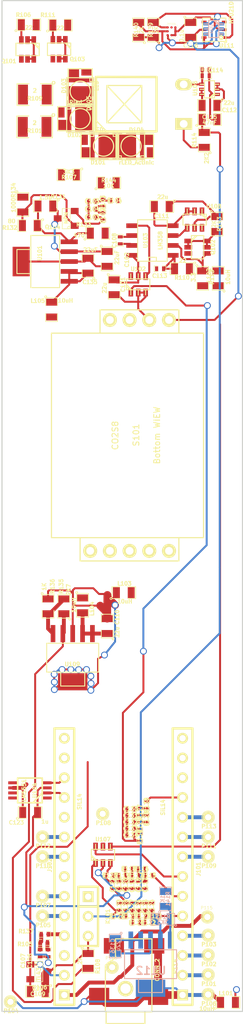
<source format=kicad_pcb>
(kicad_pcb (version 3) (host pcbnew "(2013-03-10 BZR 3992)-stable")
  (layers (15 F.Cu signal) (0 B.Cu signal) (18 B.Paste user) (19 F.Paste user) (20 B.SilkS user) (21 F.SilkS user) (22 B.Mask user) (23 F.Mask user) (28 Edge.Cuts user))
  (net 0 "")
  (net 1 /+5V)
  (net 2 /3.3Vdd)
  (net 3 "/A10 analog IN")
  (net 4 /ACT_SAT-LED)
  (net 5 /ACT_SAT_FB)
  (net 6 /ActVCC)
  (net 7 /Aref)
  (net 8 /DGND)
  (net 9 /DetVcc)
  (net 10 /Det_gnd)
  (net 11 "/IR CAL toggle")
  (net 12 /IR_CAL_filtered)
  (net 13 "/PWM meas intensity")
  (net 14 /PWM_calibration_intensity)
  (net 15 /PWMactpreset1)
  (net 16 /PWMactpreset2)
  (net 17 /Rxd)
  (net 18 /SD_CLK)
  (net 19 /SD_CS)
  (net 20 /SD_MISO)
  (net 21 /SD_MOSI)
  (net 22 /Txd)
  (net 23 /Umeas1)
  (net 24 /Umeas2)
  (net 25 /actinic_filtered&switched)
  (net 26 /actinic_preset1)
  (net 27 /actinic_preset2)
  (net 28 /cal)
  (net 29 /calibration_LED)
  (net 30 /pinK)
  (net 31 /sck)
  (net 32 /sda)
  (net 33 /signal)
  (net 34 "/toggle act ON/OFF")
  (net 35 "/toggle act1/act2")
  (net 36 GND)
  (net 37 N-0000010)
  (net 38 N-0000011)
  (net 39 N-0000012)
  (net 40 N-0000013)
  (net 41 N-0000019)
  (net 42 N-0000023)
  (net 43 N-0000024)
  (net 44 N-0000027)
  (net 45 N-0000028)
  (net 46 N-0000029)
  (net 47 N-000003)
  (net 48 N-0000030)
  (net 49 N-0000031)
  (net 50 N-0000032)
  (net 51 N-0000033)
  (net 52 N-0000034)
  (net 53 N-0000035)
  (net 54 N-0000037)
  (net 55 N-0000038)
  (net 56 N-0000039)
  (net 57 N-000004)
  (net 58 N-0000040)
  (net 59 N-0000041)
  (net 60 N-0000042)
  (net 61 N-0000047)
  (net 62 N-0000048)
  (net 63 N-000005)
  (net 64 N-0000050)
  (net 65 N-0000051)
  (net 66 N-0000052)
  (net 67 N-0000053)
  (net 68 N-0000055)
  (net 69 N-0000056)
  (net 70 N-0000057)
  (net 71 N-0000058)
  (net 72 N-000006)
  (net 73 N-0000060)
  (net 74 N-0000061)
  (net 75 N-0000062)
  (net 76 N-0000064)
  (net 77 N-0000066)
  (net 78 N-0000067)
  (net 79 N-000007)
  (net 80 N-0000072)
  (net 81 N-0000073)
  (net 82 N-0000083)
  (net 83 N-000009)
  (module Multi_Rebel+XP (layer F.Cu) (at 162.2679 108.18114 180)
    (fp_text reference D101 (at 0.70104 -2.10058 180) (layer F.SilkS) (effects (font (size 0.5 0.5) (thickness 0.125))))
    (fp_text value LED (at 0.70104 2.10058 180) (layer F.SilkS) (effects (font (size 0.5 0.5) (thickness 0.125))))
    (pad 1 smd rect (at 2.47396 -0.8001 180) (size 0.89916 1.30048) (layers F.Cu F.Paste F.Mask) (net 41 N-0000019))
    (pad 2 smd rect (at 2.47396 0.8001 180) (size 0.89916 1.30048) (layers F.Cu F.Paste F.Mask) (net 45 N-0000028))
    (pad 2 smd rect (at -0.89916 0 180) (size 0.59944 2.99974) (layers F.Cu F.Paste F.Mask) (net 45 N-0000028))
    (pad 2 smd rect (at 0 0 180) (size 1.30048 3.29946) (layers F.Cu F.Paste F.Mask) (net 45 N-0000028))
    (pad 1 smd rect (at 1.39954 0 180) (size 0.50038 3.29946) (layers F.Cu F.Paste F.Mask) (net 41 N-0000019))
    (pad 2 smd rect (at -1.39954 0 180) (size 0.50038 3.29946) (layers F.Cu F.Paste F.Mask) (net 45 N-0000028))
    (pad 1 smd rect (at 1.84912 -0.8001 180) (size 0.39878 1.30048) (layers F.Cu) (net 41 N-0000019))
  )
  (module dfn6 (layer F.Cu) (at 176.52746 93.22054 90)
    (fp_text reference U111 (at -2.04724 1.60274 180) (layer F.SilkS) (effects (font (size 0.5 0.5) (thickness 0.125))))
    (fp_text value HTU21D (at 2.2098 2.2098 90) (layer F.SilkS) (effects (font (size 0.5 0.5) (thickness 0.125))))
    (pad 1 smd rect (at -1 1.3 90) (size 0.34798 0.62738) (layers F.Cu F.Paste F.Mask) (net 32 /sda))
    (pad 2 smd rect (at 0 1.3 90) (size 0.34798 0.62738) (layers F.Cu F.Paste F.Mask) (net 36 GND))
    (pad 3 smd rect (at 1 1.3 90) (size 0.33 0.62738) (layers F.Cu F.Paste F.Mask))
    (pad 4 smd rect (at 1 -1.3 90) (size 0.34798 0.62738) (layers F.Cu F.Paste F.Mask))
    (pad 5 smd rect (at 0 -1.3 90) (size 0.34798 0.62738) (layers F.Cu F.Paste F.Mask) (net 2 /3.3Vdd))
    (pad 6 smd rect (at -1 -1.3 90) (size 0.34798 0.62738) (layers F.Cu F.Paste F.Mask) (net 31 /sck))
  )
  (module DCQ5 (layer B.Cu) (at 168.32326 213.39556)
    (fp_text reference U112 (at 0.0508 0.8382) (layer B.SilkS) (effects (font (size 1.00076 1.00076) (thickness 0.20066)) (justify mirror)))
    (fp_text value TL1963 hide)
    (pad 1 smd rect (at -2.54 -3.1) (size 0.6 2.2) (layers B.Cu B.Paste B.Mask) (net 42 N-0000023))
    (pad 2 smd rect (at -1.27 -3.1) (size 0.6 2.2) (layers B.Cu B.Paste B.Mask) (net 42 N-0000023))
    (pad 3 smd rect (at 0 -3.1) (size 0.6 2.2) (layers B.Cu B.Paste B.Mask) (net 36 GND))
    (pad 3 smd rect (at 0 3.1) (size 3.79984 2.2) (layers B.Cu B.Paste B.Mask) (net 36 GND))
    (pad 4 smd rect (at 1.27 -3.1) (size 0.6 2.2) (layers B.Cu B.Paste B.Mask) (net 1 /+5V))
    (pad 5 smd rect (at 2.54 -3.1) (size 0.6 2.2) (layers B.Cu B.Paste B.Mask) (net 44 N-0000027))
  )
  (module Pin_diode_SIP_down (layer F.Cu) (at 164.94506 102.78618 90)
    (fp_text reference D105 (at 0.1143 -4.5593 90) (layer F.SilkS) (effects (font (size 0.5 0.5) (thickness 0.125))))
    (fp_text value SMALL_DIODE_PHOTODIODE hide)
    (pad 1 thru_hole rect (at -2.54 7.65 90) (size 1.524 2.19964) (drill 1.00076) (layers *.Cu *.Mask F.SilkS) (net 36 GND))
    (pad 2 thru_hole oval (at 2.54 7.65 90) (size 1.524 2.19964) (drill 1.00076) (layers *.Cu *.Mask F.SilkS) (net 30 /pinK))
  )
  (module SM0805 (layer F.Cu) (at 173.49724 93.23832 270)
    (fp_text reference C116 (at 2.02692 0 360) (layer F.SilkS) (effects (font (size 0.50038 0.50038) (thickness 0.10922))))
    (fp_text value 0.1u (at 0.76454 1.17348 270) (layer F.SilkS) (effects (font (size 0.50038 0.50038) (thickness 0.10922))))
    (pad 1 smd rect (at -0.9525 0 270) (size 0.889 1.397) (layers F.Cu F.Paste F.Mask) (net 36 GND))
    (pad 2 smd rect (at 0.9525 0 270) (size 0.889 1.397) (layers F.Cu F.Paste F.Mask) (net 2 /3.3Vdd))
  )
  (module DCQ5 (layer F.Cu) (at 154.74696 123.02998 90)
    (fp_text reference U101 (at 1.0795 -0.6985 90) (layer F.SilkS) (effects (font (size 0.5 0.5) (thickness 0.125))))
    (fp_text value TL1963 hide)
    (pad 1 smd rect (at -2.54 3.1 90) (size 0.6 2.2) (layers F.Cu F.Paste F.Mask) (net 55 N-0000038))
    (pad 2 smd rect (at -1.27 3.1 90) (size 0.6 2.2) (layers F.Cu F.Paste F.Mask) (net 55 N-0000038))
    (pad 3 smd rect (at 0 3.1 90) (size 0.6 2.2) (layers F.Cu F.Paste F.Mask) (net 36 GND))
    (pad 3 smd rect (at 0 -3.1 90) (size 3.79984 2.2) (layers F.Cu F.Paste F.Mask) (net 36 GND))
    (pad 4 smd rect (at 1.27 3.1 90) (size 0.6 2.2) (layers F.Cu F.Paste F.Mask) (net 64 N-0000050))
    (pad 5 smd rect (at 2.54 3.1 90) (size 0.6 2.2) (layers F.Cu F.Paste F.Mask) (net 57 N-000004))
  )
  (module Multi_Rebel+XP (layer F.Cu) (at 159.258 101.13264 90)
    (fp_text reference D103 (at 0.70104 -2.10058 90) (layer F.SilkS) (effects (font (size 0.5 0.5) (thickness 0.125))))
    (fp_text value LED (at 0.70104 2.10058 90) (layer F.SilkS) (effects (font (size 0.5 0.5) (thickness 0.125))))
    (pad 1 smd rect (at 2.47396 -0.8001 90) (size 0.89916 1.30048) (layers F.Cu F.Paste F.Mask) (net 47 N-000003))
    (pad 2 smd rect (at 2.47396 0.8001 90) (size 0.89916 1.30048) (layers F.Cu F.Paste F.Mask) (net 52 N-0000034))
    (pad 2 smd rect (at -0.89916 0 90) (size 0.59944 2.99974) (layers F.Cu F.Paste F.Mask) (net 52 N-0000034))
    (pad 2 smd rect (at 0 0 90) (size 1.30048 3.29946) (layers F.Cu F.Paste F.Mask) (net 52 N-0000034))
    (pad 1 smd rect (at 1.39954 0 90) (size 0.50038 3.29946) (layers F.Cu F.Paste F.Mask) (net 47 N-000003))
    (pad 2 smd rect (at -1.39954 0 90) (size 0.50038 3.29946) (layers F.Cu F.Paste F.Mask) (net 52 N-0000034))
    (pad 1 smd rect (at 1.84912 -0.8001 90) (size 0.39878 1.30048) (layers F.Cu) (net 47 N-000003))
  )
  (module Multi_Rebel+XP (layer F.Cu) (at 159.26308 104.65816 180)
    (fp_text reference D102 (at 0.70104 -2.10058 180) (layer F.SilkS) (effects (font (size 0.5 0.5) (thickness 0.125))))
    (fp_text value IRled (at 0.70104 2.10058 180) (layer F.SilkS) (effects (font (size 0.5 0.5) (thickness 0.125))))
    (pad 1 smd rect (at 2.47396 -0.8001 180) (size 0.89916 1.30048) (layers F.Cu F.Paste F.Mask) (net 29 /calibration_LED))
    (pad 2 smd rect (at 2.47396 0.8001 180) (size 0.89916 1.30048) (layers F.Cu F.Paste F.Mask) (net 40 N-0000013))
    (pad 2 smd rect (at -0.89916 0 180) (size 0.59944 2.99974) (layers F.Cu F.Paste F.Mask) (net 40 N-0000013))
    (pad 2 smd rect (at 0 0 180) (size 1.30048 3.29946) (layers F.Cu F.Paste F.Mask) (net 40 N-0000013))
    (pad 1 smd rect (at 1.39954 0 180) (size 0.50038 3.29946) (layers F.Cu F.Paste F.Mask) (net 29 /calibration_LED))
    (pad 2 smd rect (at -1.39954 0 180) (size 0.50038 3.29946) (layers F.Cu F.Paste F.Mask) (net 40 N-0000013))
    (pad 1 smd rect (at 1.84912 -0.8001 180) (size 0.39878 1.30048) (layers F.Cu) (net 29 /calibration_LED))
  )
  (module Multi_Rebel+XP (layer F.Cu) (at 165.8112 108.18368)
    (fp_text reference D104 (at 0.70104 -2.10058) (layer F.SilkS) (effects (font (size 0.5 0.5) (thickness 0.125))))
    (fp_text value rLED_Actinic (at 0.70104 2.10058) (layer F.SilkS) (effects (font (size 0.5 0.5) (thickness 0.125))))
    (pad 1 smd rect (at 2.47396 -0.8001) (size 0.89916 1.30048) (layers F.Cu F.Paste F.Mask) (net 6 /ActVCC))
    (pad 2 smd rect (at 2.47396 0.8001) (size 0.89916 1.30048) (layers F.Cu F.Paste F.Mask) (net 4 /ACT_SAT-LED))
    (pad 2 smd rect (at -0.89916 0) (size 0.59944 2.99974) (layers F.Cu F.Paste F.Mask) (net 4 /ACT_SAT-LED))
    (pad 2 smd rect (at 0 0) (size 1.30048 3.29946) (layers F.Cu F.Paste F.Mask) (net 4 /ACT_SAT-LED))
    (pad 1 smd rect (at 1.39954 0) (size 0.50038 3.29946) (layers F.Cu F.Paste F.Mask) (net 6 /ActVCC))
    (pad 2 smd rect (at -1.39954 0) (size 0.50038 3.29946) (layers F.Cu F.Paste F.Mask) (net 4 /ACT_SAT-LED))
    (pad 1 smd rect (at 1.84912 -0.8001) (size 0.39878 1.30048) (layers F.Cu) (net 6 /ActVCC))
  )
  (module SOT23 (layer F.Cu) (at 157.45206 117.48008 90)
    (fp_text reference Q104 (at -1.1176 -1.7526 180) (layer F.SilkS) (effects (font (size 0.5 0.5) (thickness 0.125))))
    (fp_text value NPN (at 0.0635 0 90) (layer F.SilkS) (effects (font (size 0.5 0.5) (thickness 0.125))))
    (pad 3 smd rect (at 0 -1.09982 90) (size 0.8001 1.00076) (layers F.Cu F.Paste F.Mask) (net 64 N-0000050))
    (pad 2 smd rect (at 0.9525 1.09982 90) (size 0.8001 1.00076) (layers F.Cu F.Paste F.Mask) (net 65 N-0000051))
    (pad 1 smd rect (at -0.9525 1.09982 90) (size 0.8001 1.00076) (layers F.Cu F.Paste F.Mask) (net 83 N-000009))
  )
  (module SOT23 (layer F.Cu) (at 153.924 214.376 270)
    (fp_text reference U106 (at 1.99898 -0.09906 360) (layer F.SilkS) (effects (font (size 0.5 0.5) (thickness 0.125))))
    (fp_text value TL431 (at 0.0635 0 270) (layer F.SilkS) (effects (font (size 0.5 0.5) (thickness 0.125))))
    (pad 3 smd rect (at 0 -1.09982 270) (size 0.8001 1.00076) (layers F.Cu F.Paste F.Mask) (net 36 GND))
    (pad 2 smd rect (at 0.9525 1.09982 270) (size 0.8001 1.00076) (layers F.Cu F.Paste F.Mask) (net 7 /Aref))
    (pad 1 smd rect (at -0.9525 1.09982 270) (size 0.8001 1.00076) (layers F.Cu F.Paste F.Mask) (net 7 /Aref))
  )
  (module SO8E (layer F.Cu) (at 168.56456 120.32488 90)
    (fp_text reference U103 (at 0 -0.889 90) (layer F.SilkS) (effects (font (size 0.5 0.5) (thickness 0.125))))
    (fp_text value LM358 (at 0 1.016 90) (layer F.SilkS) (effects (font (size 0.5 0.5) (thickness 0.125))))
    (pad 8 smd rect (at -1.905 -2.667 90) (size 0.59944 1.39954) (layers F.Cu F.Paste F.Mask) (net 6 /ActVCC))
    (pad 1 smd rect (at -1.905 2.667 90) (size 0.59944 1.39954) (layers F.Cu F.Paste F.Mask) (net 77 N-0000066))
    (pad 7 smd rect (at -0.635 -2.667 90) (size 0.59944 1.39954) (layers F.Cu F.Paste F.Mask) (net 29 /calibration_LED))
    (pad 6 smd rect (at 0.635 -2.667 90) (size 0.59944 1.39954) (layers F.Cu F.Paste F.Mask) (net 40 N-0000013))
    (pad 5 smd rect (at 1.905 -2.667 90) (size 0.59944 1.39954) (layers F.Cu F.Paste F.Mask) (net 38 N-0000011))
    (pad 2 smd rect (at -0.635 2.667 90) (size 0.59944 1.39954) (layers F.Cu F.Paste F.Mask) (net 5 /ACT_SAT_FB))
    (pad 3 smd rect (at 0.635 2.667 90) (size 0.59944 1.39954) (layers F.Cu F.Paste F.Mask) (net 25 /actinic_filtered&switched))
    (pad 4 smd rect (at 1.905 2.667 90) (size 0.59944 1.39954) (layers F.Cu F.Paste F.Mask) (net 36 GND))
  )
  (module SM0805 (layer F.Cu) (at 160.25876 123.56338 90)
    (fp_text reference C135 (at -2.1082 0.254 180) (layer F.SilkS) (effects (font (size 0.5 0.5) (thickness 0.125))))
    (fp_text value 22uF (at 2.0447 0.3175 180) (layer F.SilkS) (effects (font (size 0.5 0.5) (thickness 0.125))))
    (pad 1 smd rect (at -0.9525 0 90) (size 0.889 1.397) (layers F.Cu F.Paste F.Mask) (net 55 N-0000038))
    (pad 2 smd rect (at 0.9525 0 90) (size 0.889 1.397) (layers F.Cu F.Paste F.Mask) (net 36 GND))
  )
  (module SM0805 (layer F.Cu) (at 153.797 216.916 180)
    (fp_text reference C109 (at 0 -0.3175 180) (layer F.SilkS) (effects (font (size 0.5 0.5) (thickness 0.125))))
    (fp_text value 22u (at 0 0.381 180) (layer F.SilkS) (effects (font (size 0.5 0.5) (thickness 0.125))))
    (pad 1 smd rect (at -0.9525 0 180) (size 0.889 1.397) (layers F.Cu F.Paste F.Mask) (net 7 /Aref))
    (pad 2 smd rect (at 0.9525 0 180) (size 0.889 1.397) (layers F.Cu F.Paste F.Mask) (net 36 GND))
  )
  (module SM0805 (layer F.Cu) (at 157.80766 111.87938 180)
    (fp_text reference R107 (at 0 -0.3175 180) (layer F.SilkS) (effects (font (size 0.5 0.5) (thickness 0.125))))
    (fp_text value 3K3 (at 0 0.381 180) (layer F.SilkS) (effects (font (size 0.5 0.5) (thickness 0.125))))
    (pad 1 smd rect (at -0.9525 0 180) (size 0.889 1.397) (layers F.Cu F.Paste F.Mask) (net 40 N-0000013))
    (pad 2 smd rect (at 0.9525 0 180) (size 0.889 1.397) (layers F.Cu F.Paste F.Mask) (net 36 GND))
  )
  (module SM0805 (layer F.Cu) (at 163.63188 126.33706 270)
    (fp_text reference C101 (at -0.3429 -1.14554 270) (layer F.SilkS) (effects (font (size 0.5 0.5) (thickness 0.125))))
    (fp_text value 22u (at 0.09144 1.24206 270) (layer F.SilkS) (effects (font (size 0.5 0.5) (thickness 0.125))))
    (pad 1 smd rect (at -0.9525 0 270) (size 0.889 1.397) (layers F.Cu F.Paste F.Mask) (net 6 /ActVCC))
    (pad 2 smd rect (at 0.9525 0 270) (size 0.889 1.397) (layers F.Cu F.Paste F.Mask) (net 36 GND))
  )
  (module SM0805 (layer F.Cu) (at 178.308 218.313)
    (fp_text reference L101 (at -0.28194 -1.16586) (layer F.SilkS) (effects (font (size 0.5 0.5) (thickness 0.125))))
    (fp_text value 10uH (at -2.72034 0.8001) (layer F.SilkS) (effects (font (size 0.5 0.5) (thickness 0.125))))
    (pad 1 smd rect (at -0.9525 0) (size 0.889 1.397) (layers F.Cu F.Paste F.Mask) (net 8 /DGND))
    (pad 2 smd rect (at 0.9525 0) (size 0.889 1.397) (layers F.Cu F.Paste F.Mask) (net 36 GND))
  )
  (module SM0805 (layer F.Cu) (at 160.274 212.979 270)
    (fp_text reference R108 (at 0.70104 -1.2446 270) (layer F.SilkS) (effects (font (size 0.5 0.5) (thickness 0.125))))
    (fp_text value 2K (at -0.04572 1.0414 270) (layer F.SilkS) (effects (font (size 0.5 0.5) (thickness 0.125))))
    (pad 1 smd rect (at -0.9525 0 270) (size 0.889 1.397) (layers F.Cu F.Paste F.Mask) (net 7 /Aref))
    (pad 2 smd rect (at 0.9525 0 270) (size 0.889 1.397) (layers F.Cu F.Paste F.Mask) (net 9 /DetVcc))
  )
  (module SM0805 (layer F.Cu) (at 162.73018 122.68962 270)
    (fp_text reference C102 (at 0.127 -2.54 270) (layer F.SilkS) (effects (font (size 0.5 0.5) (thickness 0.125))))
    (fp_text value 22uF (at -0.1778 -1.27 270) (layer F.SilkS) (effects (font (size 0.5 0.5) (thickness 0.125))))
    (pad 1 smd rect (at -0.9525 0 270) (size 0.889 1.397) (layers F.Cu F.Paste F.Mask) (net 64 N-0000050))
    (pad 2 smd rect (at 0.9525 0 270) (size 0.889 1.397) (layers F.Cu F.Paste F.Mask) (net 36 GND))
  )
  (module SM0805 (layer F.Cu) (at 156.69006 92.62618)
    (fp_text reference R111 (at -1.5875 -1.30556) (layer F.SilkS) (effects (font (size 0.5 0.5) (thickness 0.125))))
    (fp_text value 22 (at 0 0.381) (layer F.SilkS) (effects (font (size 0.5 0.5) (thickness 0.125))))
    (pad 1 smd rect (at -0.9525 0) (size 0.889 1.397) (layers F.Cu F.Paste F.Mask) (net 72 N-000006))
    (pad 2 smd rect (at 0.9525 0) (size 0.889 1.397) (layers F.Cu F.Paste F.Mask) (net 54 N-0000037))
  )
  (module SM0805 (layer F.Cu) (at 152.62606 92.57538)
    (fp_text reference R106 (at -0.6858 -1.27) (layer F.SilkS) (effects (font (size 0.5 0.5) (thickness 0.125))))
    (fp_text value 22 (at 0 0.381) (layer F.SilkS) (effects (font (size 0.5 0.5) (thickness 0.125))))
    (pad 1 smd rect (at -0.9525 0) (size 0.889 1.397) (layers F.Cu F.Paste F.Mask) (net 63 N-000005))
    (pad 2 smd rect (at 0.9525 0) (size 0.889 1.397) (layers F.Cu F.Paste F.Mask) (net 79 N-000007))
  )
  (module SM0805 (layer F.Cu) (at 155.1178 167.3733 270)
    (fp_text reference R136 (at -2.57556 -0.5588 270) (layer F.SilkS) (effects (font (size 0.5 0.5) (thickness 0.125))))
    (fp_text value 1K (at -2.52984 0.50292 270) (layer F.SilkS) (effects (font (size 0.5 0.5) (thickness 0.125))))
    (pad 1 smd rect (at -0.9525 0 270) (size 0.889 1.397) (layers F.Cu F.Paste F.Mask) (net 36 GND))
    (pad 2 smd rect (at 0.9525 0 270) (size 0.889 1.397) (layers F.Cu F.Paste F.Mask) (net 37 N-0000010))
  )
  (module SM0805 (layer F.Cu) (at 155.575 129.2098 270)
    (fp_text reference L105 (at -1.1303 1.7907 360) (layer F.SilkS) (effects (font (size 0.5 0.5) (thickness 0.125))))
    (fp_text value 10uH (at -1.1557 -1.7907 360) (layer F.SilkS) (effects (font (size 0.5 0.5) (thickness 0.125))))
    (pad 1 smd rect (at -0.9525 0 270) (size 0.889 1.397) (layers F.Cu F.Paste F.Mask) (net 55 N-0000038))
    (pad 2 smd rect (at 0.9525 0 270) (size 0.889 1.397) (layers F.Cu F.Paste F.Mask) (net 6 /ActVCC))
  )
  (module SM0805 (layer F.Cu) (at 154.77236 115.89258 180)
    (fp_text reference R131 (at -1.6637 1.19634 180) (layer F.SilkS) (effects (font (size 0.5 0.5) (thickness 0.125))))
    (fp_text value 1.5k (at 0.02032 1.1049 180) (layer F.SilkS) (effects (font (size 0.5 0.5) (thickness 0.125))))
    (pad 1 smd rect (at -0.9525 0 180) (size 0.889 1.397) (layers F.Cu F.Paste F.Mask) (net 64 N-0000050))
    (pad 2 smd rect (at 0.9525 0 180) (size 0.889 1.397) (layers F.Cu F.Paste F.Mask) (net 57 N-000004))
  )
  (module SM0805 (layer F.Cu) (at 161.5186 119.38762)
    (fp_text reference R133 (at -1.8034 -1.1176) (layer F.SilkS) (effects (font (size 0.5 0.5) (thickness 0.125))))
    (fp_text value 470 (at -2.3876 0.2794) (layer F.SilkS) (effects (font (size 0.5 0.5) (thickness 0.125))))
    (pad 1 smd rect (at -0.9525 0) (size 0.889 1.397) (layers F.Cu F.Paste F.Mask) (net 57 N-000004))
    (pad 2 smd rect (at 0.9525 0) (size 0.889 1.397) (layers F.Cu F.Paste F.Mask) (net 36 GND))
  )
  (module SM0805 (layer F.Cu) (at 152.76576 118.40718 180)
    (fp_text reference R132 (at 2.58064 -0.27432 180) (layer F.SilkS) (effects (font (size 0.5 0.5) (thickness 0.125))))
    (fp_text value 80 (at 2.34188 0.5715 180) (layer F.SilkS) (effects (font (size 0.5 0.5) (thickness 0.125))))
    (pad 1 smd rect (at -0.9525 0 180) (size 0.889 1.397) (layers F.Cu F.Paste F.Mask) (net 57 N-000004))
    (pad 2 smd rect (at 0.9525 0 180) (size 0.889 1.397) (layers F.Cu F.Paste F.Mask) (net 83 N-000009))
  )
  (module SM0805 (layer F.Cu) (at 151.86406 115.70208 270)
    (fp_text reference R134 (at -1.84404 1.20396 270) (layer F.SilkS) (effects (font (size 0.5 0.5) (thickness 0.125))))
    (fp_text value 1000 (at 0.06858 1.19634 270) (layer F.SilkS) (effects (font (size 0.5 0.5) (thickness 0.125))))
    (pad 1 smd rect (at -0.9525 0 270) (size 0.889 1.397) (layers F.Cu F.Paste F.Mask) (net 36 GND))
    (pad 2 smd rect (at 0.9525 0 270) (size 0.889 1.397) (layers F.Cu F.Paste F.Mask) (net 83 N-000009))
  )
  (module SM0805 (layer F.Cu) (at 157.1498 167.3733 90)
    (fp_text reference R135 (at 2.57556 -0.34036 90) (layer F.SilkS) (effects (font (size 0.5 0.5) (thickness 0.125))))
    (fp_text value 2K7 (at 2.15138 0.60706 90) (layer F.SilkS) (effects (font (size 0.5 0.5) (thickness 0.125))))
    (pad 1 smd rect (at -0.9525 0 90) (size 0.889 1.397) (layers F.Cu F.Paste F.Mask) (net 9 /DetVcc))
    (pad 2 smd rect (at 0.9525 0 90) (size 0.889 1.397) (layers F.Cu F.Paste F.Mask) (net 37 N-0000010))
  )
  (module SM0805 (layer F.Cu) (at 175.9204 102.95128 180)
    (fp_text reference C112 (at -2.57048 -0.5969 180) (layer F.SilkS) (effects (font (size 0.5 0.5) (thickness 0.125))))
    (fp_text value 22u (at -2.51206 0.3302 180) (layer F.SilkS) (effects (font (size 0.5 0.5) (thickness 0.125))))
    (pad 1 smd rect (at -0.9525 0 180) (size 0.889 1.397) (layers F.Cu F.Paste F.Mask) (net 36 GND))
    (pad 2 smd rect (at 0.9525 0 180) (size 0.889 1.397) (layers F.Cu F.Paste F.Mask) (net 9 /DetVcc))
  )
  (module SM0805 (layer F.Cu) (at 164.87648 165.61308)
    (fp_text reference L103 (at 0.08128 -1.16586) (layer F.SilkS) (effects (font (size 0.5 0.5) (thickness 0.125))))
    (fp_text value 10uH (at 0.127 1.13284) (layer F.SilkS) (effects (font (size 0.5 0.5) (thickness 0.125))))
    (pad 1 smd rect (at -0.9525 0) (size 0.889 1.397) (layers F.Cu F.Paste F.Mask) (net 10 /Det_gnd))
    (pad 2 smd rect (at 0.9525 0) (size 0.889 1.397) (layers F.Cu F.Paste F.Mask) (net 8 /DGND))
  )
  (module SM0805 (layer F.Cu) (at 162.7378 169.9133 90)
    (fp_text reference C110 (at 1.13792 1.2827 90) (layer F.SilkS) (effects (font (size 0.5 0.5) (thickness 0.125))))
    (fp_text value 22u (at -0.78232 1.29032 90) (layer F.SilkS) (effects (font (size 0.5 0.5) (thickness 0.125))))
    (pad 1 smd rect (at -0.9525 0 90) (size 0.889 1.397) (layers F.Cu F.Paste F.Mask) (net 82 N-0000083))
    (pad 2 smd rect (at 0.9525 0 90) (size 0.889 1.397) (layers F.Cu F.Paste F.Mask) (net 36 GND))
  )
  (module SM0805 (layer F.Cu) (at 175.24476 107.38612 90)
    (fp_text reference R114 (at -0.04318 -1.28524 90) (layer F.SilkS) (effects (font (size 0.5 0.5) (thickness 0.125))))
    (fp_text value 2K2 (at -2.34188 0.31496 90) (layer F.SilkS) (effects (font (size 0.5 0.5) (thickness 0.125))))
    (pad 1 smd rect (at -0.9525 0 90) (size 0.889 1.397) (layers F.Cu F.Paste F.Mask) (net 36 GND))
    (pad 2 smd rect (at 0.9525 0 90) (size 0.889 1.397) (layers F.Cu F.Paste F.Mask) (net 3 "/A10 analog IN"))
  )
  (module SM0805 (layer F.Cu) (at 159.5628 167.2463 270)
    (fp_text reference L104 (at 0.4445 -1.21158 270) (layer F.SilkS) (effects (font (size 0.5 0.5) (thickness 0.125))))
    (fp_text value 10uH (at -0.03556 1.1303 270) (layer F.SilkS) (effects (font (size 0.5 0.5) (thickness 0.125))))
    (pad 1 smd rect (at -0.9525 0 270) (size 0.889 1.397) (layers F.Cu F.Paste F.Mask) (net 1 /+5V))
    (pad 2 smd rect (at 0.9525 0 270) (size 0.889 1.397) (layers F.Cu F.Paste F.Mask) (net 82 N-0000083))
  )
  (module SM0805 (layer F.Cu) (at 172.37456 123.95708 180)
    (fp_text reference R110 (at -0.01778 -1.14808 180) (layer F.SilkS) (effects (font (size 0.5 0.5) (thickness 0.125))))
    (fp_text value 22 (at -0.09906 1.04648 180) (layer F.SilkS) (effects (font (size 0.5 0.5) (thickness 0.125))))
    (pad 1 smd rect (at -0.9525 0 180) (size 0.889 1.397) (layers F.Cu F.Paste F.Mask) (net 76 N-0000064))
    (pad 2 smd rect (at 0.9525 0 180) (size 0.889 1.397) (layers F.Cu F.Paste F.Mask) (net 77 N-0000066))
  )
  (module SM0805 (layer F.Cu) (at 175.0441 125.18898 270)
    (fp_text reference R113 (at -0.1524 -1.1938 270) (layer F.SilkS) (effects (font (size 0.5 0.5) (thickness 0.125))))
    (fp_text value 3.3 (at -0.1524 1.1938 270) (layer F.SilkS) (effects (font (size 0.5 0.5) (thickness 0.125))))
    (pad 1 smd rect (at -0.9525 0 270) (size 0.889 1.397) (layers F.Cu F.Paste F.Mask) (net 5 /ACT_SAT_FB))
    (pad 2 smd rect (at 0.9525 0 270) (size 0.889 1.397) (layers F.Cu F.Paste F.Mask) (net 36 GND))
  )
  (module SM0805 (layer F.Cu) (at 177.03546 125.18898 90)
    (fp_text reference L102 (at 0.40132 -1.19888 90) (layer F.SilkS) (effects (font (size 0.5 0.5) (thickness 0.125))))
    (fp_text value 10uH (at 0.16002 1.27 90) (layer F.SilkS) (effects (font (size 0.5 0.5) (thickness 0.125))))
    (pad 1 smd rect (at -0.9525 0 90) (size 0.889 1.397) (layers F.Cu F.Paste F.Mask) (net 1 /+5V))
    (pad 2 smd rect (at 0.9525 0 90) (size 0.889 1.397) (layers F.Cu F.Paste F.Mask) (net 6 /ActVCC))
  )
  (module SM0805 (layer F.Cu) (at 169.77106 115.95608 180)
    (fp_text reference C111 (at 0.02032 -1.22428 180) (layer F.SilkS) (effects (font (size 0.5 0.5) (thickness 0.125))))
    (fp_text value 22u (at -0.12192 1.22936 180) (layer F.SilkS) (effects (font (size 0.5 0.5) (thickness 0.125))))
    (pad 1 smd rect (at -0.9525 0 180) (size 0.889 1.397) (layers F.Cu F.Paste F.Mask) (net 6 /ActVCC))
    (pad 2 smd rect (at 0.9525 0 180) (size 0.889 1.397) (layers F.Cu F.Paste F.Mask) (net 36 GND))
  )
  (module SM0402 (layer F.Cu) (at 162.18916 117.18798 90)
    (fp_text reference R102 (at 0 0 90) (layer F.SilkS) (effects (font (size 0.5 0.5) (thickness 0.125))))
    (fp_text value 3.3K hide)
    (pad 1 smd rect (at -0.44958 0 90) (size 0.39878 0.59944) (layers F.Cu F.Paste F.Mask) (net 65 N-0000051))
    (pad 2 smd rect (at 0.44958 0 90) (size 0.39878 0.59944) (layers F.Cu F.Paste F.Mask) (net 66 N-0000052))
  )
  (module SM0402 (layer F.Cu) (at 166.7891 203.2127 270)
    (fp_text reference C118 (at 0 0 270) (layer F.SilkS) (effects (font (size 0.5 0.5) (thickness 0.125))))
    (fp_text value 10n hide)
    (pad 1 smd rect (at -0.44958 0 270) (size 0.39878 0.59944) (layers F.Cu F.Paste F.Mask) (net 68 N-0000055))
    (pad 2 smd rect (at 0.44958 0 270) (size 0.39878 0.59944) (layers F.Cu F.Paste F.Mask) (net 36 GND))
  )
  (module SM0402 (layer F.Cu) (at 160.79216 115.28298 180)
    (fp_text reference C105 (at 0 0 180) (layer F.SilkS) (effects (font (size 0.5 0.5) (thickness 0.125))))
    (fp_text value 10n hide)
    (pad 1 smd rect (at -0.44958 0 180) (size 0.39878 0.59944) (layers F.Cu F.Paste F.Mask) (net 67 N-0000053))
    (pad 2 smd rect (at 0.44958 0 180) (size 0.39878 0.59944) (layers F.Cu F.Paste F.Mask) (net 36 GND))
  )
  (module SM0402 (layer F.Cu) (at 160.79216 116.29898 180)
    (fp_text reference C104 (at 0 0 180) (layer F.SilkS) (effects (font (size 0.5 0.5) (thickness 0.125))))
    (fp_text value 10n hide)
    (pad 1 smd rect (at -0.44958 0 180) (size 0.39878 0.59944) (layers F.Cu F.Paste F.Mask) (net 66 N-0000052))
    (pad 2 smd rect (at 0.44958 0 180) (size 0.39878 0.59944) (layers F.Cu F.Paste F.Mask) (net 36 GND))
  )
  (module SM0402 (layer F.Cu) (at 160.79216 117.34038 180)
    (fp_text reference C103 (at 0 0 180) (layer F.SilkS) (effects (font (size 0.5 0.5) (thickness 0.125))))
    (fp_text value 10n hide)
    (pad 1 smd rect (at -0.44958 0 180) (size 0.39878 0.59944) (layers F.Cu F.Paste F.Mask) (net 65 N-0000051))
    (pad 2 smd rect (at 0.44958 0 180) (size 0.39878 0.59944) (layers F.Cu F.Paste F.Mask) (net 36 GND))
  )
  (module SM0402 (layer F.Cu) (at 165.9509 203.2127 270)
    (fp_text reference C119 (at 0 0 270) (layer F.SilkS) (effects (font (size 0.5 0.5) (thickness 0.125))))
    (fp_text value 10n hide)
    (pad 1 smd rect (at -0.44958 0 270) (size 0.39878 0.59944) (layers F.Cu F.Paste F.Mask) (net 69 N-0000056))
    (pad 2 smd rect (at 0.44958 0 270) (size 0.39878 0.59944) (layers F.Cu F.Paste F.Mask) (net 36 GND))
  )
  (module SM0402 (layer F.Cu) (at 168.1099 201.9935 180)
    (fp_text reference R115 (at 0 0 180) (layer F.SilkS) (effects (font (size 0.5 0.5) (thickness 0.125))))
    (fp_text value 3.3K hide)
    (pad 1 smd rect (at -0.44958 0 180) (size 0.39878 0.59944) (layers F.Cu F.Paste F.Mask) (net 15 /PWMactpreset1))
    (pad 2 smd rect (at 0.44958 0 180) (size 0.39878 0.59944) (layers F.Cu F.Paste F.Mask) (net 78 N-0000067))
  )
  (module SM0402 (layer F.Cu) (at 167.1447 201.1553 180)
    (fp_text reference R116 (at 0 0 180) (layer F.SilkS) (effects (font (size 0.5 0.5) (thickness 0.125))))
    (fp_text value 3.3K hide)
    (pad 1 smd rect (at -0.44958 0 180) (size 0.39878 0.59944) (layers F.Cu F.Paste F.Mask) (net 78 N-0000067))
    (pad 2 smd rect (at 0.44958 0 180) (size 0.39878 0.59944) (layers F.Cu F.Paste F.Mask) (net 68 N-0000055))
  )
  (module SM0402 (layer F.Cu) (at 166.3827 201.9935 180)
    (fp_text reference R117 (at 0 0 180) (layer F.SilkS) (effects (font (size 0.5 0.5) (thickness 0.125))))
    (fp_text value 3.3K hide)
    (pad 1 smd rect (at -0.44958 0 180) (size 0.39878 0.59944) (layers F.Cu F.Paste F.Mask) (net 68 N-0000055))
    (pad 2 smd rect (at 0.44958 0 180) (size 0.39878 0.59944) (layers F.Cu F.Paste F.Mask) (net 69 N-0000056))
  )
  (module SM0402 (layer F.Cu) (at 166.9542 197.0786 270)
    (fp_text reference R130 (at 0 0 270) (layer F.SilkS) (effects (font (size 0.5 0.5) (thickness 0.125))))
    (fp_text value 3.3K hide)
    (pad 1 smd rect (at -0.44958 0 270) (size 0.39878 0.59944) (layers F.Cu F.Paste F.Mask) (net 60 N-0000042))
    (pad 2 smd rect (at 0.44958 0 270) (size 0.39878 0.59944) (layers F.Cu F.Paste F.Mask) (net 12 /IR_CAL_filtered))
  )
  (module SM0402 (layer F.Cu) (at 165.735 196.7992 180)
    (fp_text reference C134 (at 0 0 180) (layer F.SilkS) (effects (font (size 0.5 0.5) (thickness 0.125))))
    (fp_text value 10n hide)
    (pad 1 smd rect (at -0.44958 0 180) (size 0.39878 0.59944) (layers F.Cu F.Paste F.Mask) (net 12 /IR_CAL_filtered))
    (pad 2 smd rect (at 0.44958 0 180) (size 0.39878 0.59944) (layers F.Cu F.Paste F.Mask) (net 36 GND))
  )
  (module SM0402 (layer F.Cu) (at 162.18916 115.46078 90)
    (fp_text reference R103 (at 0 0 90) (layer F.SilkS) (effects (font (size 0.5 0.5) (thickness 0.125))))
    (fp_text value 3.3K hide)
    (pad 1 smd rect (at -0.44958 0 90) (size 0.39878 0.59944) (layers F.Cu F.Paste F.Mask) (net 66 N-0000052))
    (pad 2 smd rect (at 0.44958 0 90) (size 0.39878 0.59944) (layers F.Cu F.Paste F.Mask) (net 67 N-0000053))
  )
  (module SM0402 (layer F.Cu) (at 163.67506 115.19408)
    (fp_text reference R104 (at 0 0) (layer F.SilkS) (effects (font (size 0.5 0.5) (thickness 0.125))))
    (fp_text value 3.3K hide)
    (pad 1 smd rect (at -0.44958 0) (size 0.39878 0.59944) (layers F.Cu F.Paste F.Mask) (net 67 N-0000053))
    (pad 2 smd rect (at 0.44958 0) (size 0.39878 0.59944) (layers F.Cu F.Paste F.Mask) (net 61 N-0000047))
  )
  (module SM0402 (layer F.Cu) (at 155.1178 211.9884 270)
    (fp_text reference C106 (at 0.9906 2.3368 270) (layer F.SilkS) (effects (font (size 0.5 0.5) (thickness 0.125))))
    (fp_text value 10n hide)
    (pad 1 smd rect (at -0.44958 0 270) (size 0.39878 0.59944) (layers F.Cu F.Paste F.Mask) (net 61 N-0000047))
    (pad 2 smd rect (at 0.44958 0 270) (size 0.39878 0.59944) (layers F.Cu F.Paste F.Mask) (net 36 GND))
  )
  (module SM0402 (layer F.Cu) (at 154.1018 211.9884 270)
    (fp_text reference C107 (at 0.9906 2.2098 270) (layer F.SilkS) (effects (font (size 0.5 0.5) (thickness 0.125))))
    (fp_text value 10n hide)
    (pad 1 smd rect (at -0.44958 0 270) (size 0.39878 0.59944) (layers F.Cu F.Paste F.Mask) (net 62 N-0000048))
    (pad 2 smd rect (at 0.44958 0 270) (size 0.39878 0.59944) (layers F.Cu F.Paste F.Mask) (net 36 GND))
  )
  (module SM0402 (layer F.Cu) (at 154.5844 210.5914 180)
    (fp_text reference R105 (at 2.4384 -0.2286 180) (layer F.SilkS) (effects (font (size 0.5 0.5) (thickness 0.125))))
    (fp_text value 3.3K hide)
    (pad 1 smd rect (at -0.44958 0 180) (size 0.39878 0.59944) (layers F.Cu F.Paste F.Mask) (net 61 N-0000047))
    (pad 2 smd rect (at 0.44958 0 180) (size 0.39878 0.59944) (layers F.Cu F.Paste F.Mask) (net 62 N-0000048))
  )
  (module SM0402 (layer F.Cu) (at 167.6273 203.2127 270)
    (fp_text reference C117 (at 0 0 270) (layer F.SilkS) (effects (font (size 0.5 0.5) (thickness 0.125))))
    (fp_text value 10n hide)
    (pad 1 smd rect (at -0.44958 0 270) (size 0.39878 0.59944) (layers F.Cu F.Paste F.Mask) (net 78 N-0000067))
    (pad 2 smd rect (at 0.44958 0 270) (size 0.39878 0.59944) (layers F.Cu F.Paste F.Mask) (net 36 GND))
  )
  (module SM0402 (layer F.Cu) (at 169.55516 123.95708 180)
    (fp_text reference C113 (at 0.05334 -0.90932 180) (layer F.SilkS) (effects (font (size 0.5 0.5) (thickness 0.125))))
    (fp_text value 100p hide)
    (pad 1 smd rect (at -0.44958 0 180) (size 0.39878 0.59944) (layers F.Cu F.Paste F.Mask) (net 77 N-0000066))
    (pad 2 smd rect (at 0.44958 0 180) (size 0.39878 0.59944) (layers F.Cu F.Paste F.Mask) (net 5 /ACT_SAT_FB))
  )
  (module SM0402 (layer F.Cu) (at 175.43526 99.13366)
    (fp_text reference C114 (at 1.28016 -0.70612) (layer F.SilkS) (effects (font (size 0.5 0.5) (thickness 0.125))))
    (fp_text value 10p hide)
    (pad 1 smd rect (at -0.44958 0) (size 0.39878 0.59944) (layers F.Cu F.Paste F.Mask) (net 30 /pinK))
    (pad 2 smd rect (at 0.44958 0) (size 0.39878 0.59944) (layers F.Cu F.Paste F.Mask) (net 33 /signal))
  )
  (module SM0402 (layer F.Cu) (at 165.735 195.961 180)
    (fp_text reference C133 (at 0 0 180) (layer F.SilkS) (effects (font (size 0.5 0.5) (thickness 0.125))))
    (fp_text value 10n hide)
    (pad 1 smd rect (at -0.44958 0 180) (size 0.39878 0.59944) (layers F.Cu F.Paste F.Mask) (net 60 N-0000042))
    (pad 2 smd rect (at 0.44958 0 180) (size 0.39878 0.59944) (layers F.Cu F.Paste F.Mask) (net 36 GND))
  )
  (module SM0402 (layer F.Cu) (at 168.4909 206.0067 90)
    (fp_text reference C124 (at 0 0 90) (layer F.SilkS) (effects (font (size 0.5 0.5) (thickness 0.125))))
    (fp_text value 10n hide)
    (pad 1 smd rect (at -0.44958 0 90) (size 0.39878 0.59944) (layers F.Cu F.Paste F.Mask) (net 73 N-0000060))
    (pad 2 smd rect (at 0.44958 0 90) (size 0.39878 0.59944) (layers F.Cu F.Paste F.Mask) (net 36 GND))
  )
  (module SM0402 (layer F.Cu) (at 167.6527 206.0067 90)
    (fp_text reference C125 (at 0 0 90) (layer F.SilkS) (effects (font (size 0.5 0.5) (thickness 0.125))))
    (fp_text value 10n hide)
    (pad 1 smd rect (at -0.44958 0 90) (size 0.39878 0.59944) (layers F.Cu F.Paste F.Mask) (net 74 N-0000061))
    (pad 2 smd rect (at 0.44958 0 90) (size 0.39878 0.59944) (layers F.Cu F.Paste F.Mask) (net 36 GND))
  )
  (module SM0402 (layer F.Cu) (at 166.8145 206.0067 90)
    (fp_text reference C126 (at 0 0 90) (layer F.SilkS) (effects (font (size 0.5 0.5) (thickness 0.125))))
    (fp_text value 10n hide)
    (pad 1 smd rect (at -0.44958 0 90) (size 0.39878 0.59944) (layers F.Cu F.Paste F.Mask) (net 75 N-0000062))
    (pad 2 smd rect (at 0.44958 0 90) (size 0.39878 0.59944) (layers F.Cu F.Paste F.Mask) (net 36 GND))
  )
  (module SM0402 (layer F.Cu) (at 168.8973 207.2259 180)
    (fp_text reference R121 (at 0 0 180) (layer F.SilkS) (effects (font (size 0.5 0.5) (thickness 0.125))))
    (fp_text value 3.3K hide)
    (pad 1 smd rect (at -0.44958 0 180) (size 0.39878 0.59944) (layers F.Cu F.Paste F.Mask) (net 16 /PWMactpreset2))
    (pad 2 smd rect (at 0.44958 0 180) (size 0.39878 0.59944) (layers F.Cu F.Paste F.Mask) (net 73 N-0000060))
  )
  (module SM0402 (layer F.Cu) (at 168.0591 208.0641 180)
    (fp_text reference R122 (at 0 0 180) (layer F.SilkS) (effects (font (size 0.5 0.5) (thickness 0.125))))
    (fp_text value 3.3K hide)
    (pad 1 smd rect (at -0.44958 0 180) (size 0.39878 0.59944) (layers F.Cu F.Paste F.Mask) (net 73 N-0000060))
    (pad 2 smd rect (at 0.44958 0 180) (size 0.39878 0.59944) (layers F.Cu F.Paste F.Mask) (net 74 N-0000061))
  )
  (module SM0402 (layer F.Cu) (at 167.2463 207.2259 180)
    (fp_text reference R123 (at 0 0 180) (layer F.SilkS) (effects (font (size 0.5 0.5) (thickness 0.125))))
    (fp_text value 3.3K hide)
    (pad 1 smd rect (at -0.44958 0 180) (size 0.39878 0.59944) (layers F.Cu F.Paste F.Mask) (net 74 N-0000061))
    (pad 2 smd rect (at 0.44958 0 180) (size 0.39878 0.59944) (layers F.Cu F.Paste F.Mask) (net 75 N-0000062))
  )
  (module SM0402 (layer F.Cu) (at 166.4589 208.0641 180)
    (fp_text reference R124 (at 0 0 180) (layer F.SilkS) (effects (font (size 0.5 0.5) (thickness 0.125))))
    (fp_text value 3.3K hide)
    (pad 1 smd rect (at -0.44958 0 180) (size 0.39878 0.59944) (layers F.Cu F.Paste F.Mask) (net 75 N-0000062))
    (pad 2 smd rect (at 0.44958 0 180) (size 0.39878 0.59944) (layers F.Cu F.Paste F.Mask) (net 80 N-0000072))
  )
  (module SM0402 (layer F.Cu) (at 165.9763 206.0067 90)
    (fp_text reference C127 (at 0 0 90) (layer F.SilkS) (effects (font (size 0.5 0.5) (thickness 0.125))))
    (fp_text value 10n hide)
    (pad 1 smd rect (at -0.44958 0 90) (size 0.39878 0.59944) (layers F.Cu F.Paste F.Mask) (net 80 N-0000072))
    (pad 2 smd rect (at 0.44958 0 90) (size 0.39878 0.59944) (layers F.Cu F.Paste F.Mask) (net 36 GND))
  )
  (module SM0402 (layer F.Cu) (at 165.1381 206.0067 90)
    (fp_text reference C128 (at 0 0 90) (layer F.SilkS) (effects (font (size 0.5 0.5) (thickness 0.125))))
    (fp_text value 10n hide)
    (pad 1 smd rect (at -0.44958 0 90) (size 0.39878 0.59944) (layers F.Cu F.Paste F.Mask) (net 81 N-0000073))
    (pad 2 smd rect (at 0.44958 0 90) (size 0.39878 0.59944) (layers F.Cu F.Paste F.Mask) (net 36 GND))
  )
  (module SM0402 (layer F.Cu) (at 164.2999 206.0067 90)
    (fp_text reference C129 (at 0 0 90) (layer F.SilkS) (effects (font (size 0.5 0.5) (thickness 0.125))))
    (fp_text value 10n hide)
    (pad 1 smd rect (at -0.44958 0 90) (size 0.39878 0.59944) (layers F.Cu F.Paste F.Mask) (net 27 /actinic_preset2))
    (pad 2 smd rect (at 0.44958 0 90) (size 0.39878 0.59944) (layers F.Cu F.Paste F.Mask) (net 36 GND))
  )
  (module SM0402 (layer F.Cu) (at 165.5953 207.2259 180)
    (fp_text reference R125 (at 0 0 180) (layer F.SilkS) (effects (font (size 0.5 0.5) (thickness 0.125))))
    (fp_text value 3.3K hide)
    (pad 1 smd rect (at -0.44958 0 180) (size 0.39878 0.59944) (layers F.Cu F.Paste F.Mask) (net 80 N-0000072))
    (pad 2 smd rect (at 0.44958 0 180) (size 0.39878 0.59944) (layers F.Cu F.Paste F.Mask) (net 81 N-0000073))
  )
  (module SM0402 (layer F.Cu) (at 163.9951 207.2259 180)
    (fp_text reference R126 (at 0 0 180) (layer F.SilkS) (effects (font (size 0.5 0.5) (thickness 0.125))))
    (fp_text value 3.3K hide)
    (pad 1 smd rect (at -0.44958 0 180) (size 0.39878 0.59944) (layers F.Cu F.Paste F.Mask) (net 81 N-0000073))
    (pad 2 smd rect (at 0.44958 0 180) (size 0.39878 0.59944) (layers F.Cu F.Paste F.Mask) (net 27 /actinic_preset2))
  )
  (module SM0402 (layer F.Cu) (at 163.0553 201.9935 180)
    (fp_text reference R120 (at 0 0 180) (layer F.SilkS) (effects (font (size 0.5 0.5) (thickness 0.125))))
    (fp_text value 3.3K hide)
    (pad 1 smd rect (at -0.44958 0 180) (size 0.39878 0.59944) (layers F.Cu F.Paste F.Mask) (net 71 N-0000058))
    (pad 2 smd rect (at 0.44958 0 180) (size 0.39878 0.59944) (layers F.Cu F.Paste F.Mask) (net 26 /actinic_preset1))
  )
  (module SM0402 (layer F.Cu) (at 164.6555 201.9935 180)
    (fp_text reference R119 (at 0 0 180) (layer F.SilkS) (effects (font (size 0.5 0.5) (thickness 0.125))))
    (fp_text value 3.3K hide)
    (pad 1 smd rect (at -0.44958 0 180) (size 0.39878 0.59944) (layers F.Cu F.Paste F.Mask) (net 70 N-0000057))
    (pad 2 smd rect (at 0.44958 0 180) (size 0.39878 0.59944) (layers F.Cu F.Paste F.Mask) (net 71 N-0000058))
  )
  (module SM0402 (layer F.Cu) (at 163.4363 203.2127 270)
    (fp_text reference C122 (at 0 0 270) (layer F.SilkS) (effects (font (size 0.5 0.5) (thickness 0.125))))
    (fp_text value 10n hide)
    (pad 1 smd rect (at -0.44958 0 270) (size 0.39878 0.59944) (layers F.Cu F.Paste F.Mask) (net 26 /actinic_preset1))
    (pad 2 smd rect (at 0.44958 0 270) (size 0.39878 0.59944) (layers F.Cu F.Paste F.Mask) (net 36 GND))
  )
  (module SM0402 (layer F.Cu) (at 166.9542 195.5546 270)
    (fp_text reference R129 (at 0 0 270) (layer F.SilkS) (effects (font (size 0.5 0.5) (thickness 0.125))))
    (fp_text value 3.3K hide)
    (pad 1 smd rect (at -0.44958 0 270) (size 0.39878 0.59944) (layers F.Cu F.Paste F.Mask) (net 59 N-0000041))
    (pad 2 smd rect (at 0.44958 0 270) (size 0.39878 0.59944) (layers F.Cu F.Paste F.Mask) (net 60 N-0000042))
  )
  (module SM0402 (layer F.Cu) (at 167.7924 194.691 270)
    (fp_text reference R128 (at 0 0 270) (layer F.SilkS) (effects (font (size 0.5 0.5) (thickness 0.125))))
    (fp_text value 3.3K hide)
    (pad 1 smd rect (at -0.44958 0 270) (size 0.39878 0.59944) (layers F.Cu F.Paste F.Mask) (net 58 N-0000040))
    (pad 2 smd rect (at 0.44958 0 270) (size 0.39878 0.59944) (layers F.Cu F.Paste F.Mask) (net 59 N-0000041))
  )
  (module SM0402 (layer F.Cu) (at 166.9542 193.802 270)
    (fp_text reference R127 (at 0 0 270) (layer F.SilkS) (effects (font (size 0.5 0.5) (thickness 0.125))))
    (fp_text value 3.3K hide)
    (pad 1 smd rect (at -0.44958 0 270) (size 0.39878 0.59944) (layers F.Cu F.Paste F.Mask) (net 56 N-0000039))
    (pad 2 smd rect (at 0.44958 0 270) (size 0.39878 0.59944) (layers F.Cu F.Paste F.Mask) (net 58 N-0000040))
  )
  (module SM0402 (layer F.Cu) (at 165.735 195.1228 180)
    (fp_text reference C132 (at 0 0 180) (layer F.SilkS) (effects (font (size 0.5 0.5) (thickness 0.125))))
    (fp_text value 10n hide)
    (pad 1 smd rect (at -0.44958 0 180) (size 0.39878 0.59944) (layers F.Cu F.Paste F.Mask) (net 59 N-0000041))
    (pad 2 smd rect (at 0.44958 0 180) (size 0.39878 0.59944) (layers F.Cu F.Paste F.Mask) (net 36 GND))
  )
  (module SM0402 (layer F.Cu) (at 165.735 194.2846 180)
    (fp_text reference C131 (at 0 0 180) (layer F.SilkS) (effects (font (size 0.5 0.5) (thickness 0.125))))
    (fp_text value 10n hide)
    (pad 1 smd rect (at -0.44958 0 180) (size 0.39878 0.59944) (layers F.Cu F.Paste F.Mask) (net 58 N-0000040))
    (pad 2 smd rect (at 0.44958 0 180) (size 0.39878 0.59944) (layers F.Cu F.Paste F.Mask) (net 36 GND))
  )
  (module SM0402 (layer F.Cu) (at 165.735 193.4464 180)
    (fp_text reference C130 (at 0 0 180) (layer F.SilkS) (effects (font (size 0.5 0.5) (thickness 0.125))))
    (fp_text value 10n hide)
    (pad 1 smd rect (at -0.44958 0 180) (size 0.39878 0.59944) (layers F.Cu F.Paste F.Mask) (net 56 N-0000039))
    (pad 2 smd rect (at 0.44958 0 180) (size 0.39878 0.59944) (layers F.Cu F.Paste F.Mask) (net 36 GND))
  )
  (module SM0402 (layer F.Cu) (at 164.41928 120.30456 90)
    (fp_text reference C108 (at -0.0254 -0.762 90) (layer F.SilkS) (effects (font (size 0.5 0.5) (thickness 0.125))))
    (fp_text value 100p hide)
    (pad 1 smd rect (at -0.44958 0 90) (size 0.39878 0.59944) (layers F.Cu F.Paste F.Mask) (net 29 /calibration_LED))
    (pad 2 smd rect (at 0.44958 0 90) (size 0.39878 0.59944) (layers F.Cu F.Paste F.Mask) (net 40 N-0000013))
  )
  (module SM0402 (layer F.Cu) (at 165.4937 201.1553 180)
    (fp_text reference R118 (at 0 0 180) (layer F.SilkS) (effects (font (size 0.5 0.5) (thickness 0.125))))
    (fp_text value 3.3K hide)
    (pad 1 smd rect (at -0.44958 0 180) (size 0.39878 0.59944) (layers F.Cu F.Paste F.Mask) (net 69 N-0000056))
    (pad 2 smd rect (at 0.44958 0 180) (size 0.39878 0.59944) (layers F.Cu F.Paste F.Mask) (net 70 N-0000057))
  )
  (module SM0402 (layer F.Cu) (at 165.1127 203.2127 270)
    (fp_text reference C120 (at 0 0 270) (layer F.SilkS) (effects (font (size 0.5 0.5) (thickness 0.125))))
    (fp_text value 10n hide)
    (pad 1 smd rect (at -0.44958 0 270) (size 0.39878 0.59944) (layers F.Cu F.Paste F.Mask) (net 70 N-0000057))
    (pad 2 smd rect (at 0.44958 0 270) (size 0.39878 0.59944) (layers F.Cu F.Paste F.Mask) (net 36 GND))
  )
  (module SM0402 (layer F.Cu) (at 164.2745 203.2127 270)
    (fp_text reference C121 (at 0 0 270) (layer F.SilkS) (effects (font (size 0.5 0.5) (thickness 0.125))))
    (fp_text value 10n hide)
    (pad 1 smd rect (at -0.44958 0 270) (size 0.39878 0.59944) (layers F.Cu F.Paste F.Mask) (net 71 N-0000058))
    (pad 2 smd rect (at 0.44958 0 270) (size 0.39878 0.59944) (layers F.Cu F.Paste F.Mask) (net 36 GND))
  )
  (module SIL-3 (layer F.Cu) (at 160.2867 207.2513 270)
    (fp_text reference K101 (at 0 -2.54 270) (layer F.SilkS) (effects (font (size 0.5 0.5) (thickness 0.125))))
    (fp_text value CONN_3 hide)
    (pad 1 thru_hole rect (at -2.54 0 270) (size 1.397 1.397) (drill 0.812799) (layers *.Cu *.Mask F.SilkS) (net 43 N-0000024))
    (pad 2 thru_hole circle (at 0 0 270) (size 1.397 1.397) (drill 0.812799) (layers *.Cu *.Mask F.SilkS) (net 3 "/A10 analog IN"))
    (pad 3 thru_hole circle (at 2.54 0 270) (size 1.397 1.397) (drill 0.812799) (layers *.Cu *.Mask F.SilkS) (net 7 /Aref))
  )
  (module SIL-14 (layer F.Cu) (at 172.4533 200.8505 90)
    (fp_text reference J101 (at -0.3175 2.0447 90) (layer F.SilkS) (effects (font (size 0.5 0.5) (thickness 0.125))))
    (fp_text value SIL14 (at 7.62 -2.54 90) (layer F.SilkS) (effects (font (size 0.5 0.5) (thickness 0.125))))
    (pad 1 thru_hole rect (at -16.51 0 90) (size 1.397 1.397) (drill 0.812799) (layers *.Cu *.Mask F.SilkS) (net 36 GND))
    (pad 2 thru_hole circle (at -13.97 0 90) (size 1.397 1.397) (drill 0.812799) (layers *.Cu *.Mask F.SilkS) (net 48 N-0000030))
    (pad 3 thru_hole circle (at -11.43 0 90) (size 1.397 1.397) (drill 0.812799) (layers *.Cu *.Mask F.SilkS) (net 53 N-0000035))
    (pad 4 thru_hole circle (at -8.89 0 90) (size 1.397 1.397) (drill 0.812799) (layers *.Cu *.Mask F.SilkS) (net 49 N-0000031))
    (pad 5 thru_hole circle (at -6.35 0 90) (size 1.397 1.397) (drill 0.812799) (layers *.Cu *.Mask F.SilkS) (net 16 /PWMactpreset2))
    (pad 6 thru_hole circle (at -3.81 0 90) (size 1.397 1.397) (drill 0.812799) (layers *.Cu *.Mask F.SilkS) (net 15 /PWMactpreset1))
    (pad 7 thru_hole circle (at -1.27 0 90) (size 1.397 1.397) (drill 0.812799) (layers *.Cu *.Mask F.SilkS) (net 35 "/toggle act1/act2"))
    (pad 8 thru_hole circle (at 1.27 0 90) (size 1.397 1.397) (drill 0.812799) (layers *.Cu *.Mask F.SilkS) (net 50 N-0000032))
    (pad 9 thru_hole circle (at 3.81 0 90) (size 1.397 1.397) (drill 0.812799) (layers *.Cu *.Mask F.SilkS) (net 17 /Rxd))
    (pad 10 thru_hole circle (at 6.35 0 90) (size 1.397 1.397) (drill 0.812799) (layers *.Cu *.Mask F.SilkS) (net 22 /Txd))
    (pad 11 thru_hole circle (at 8.89 0 90) (size 1.397 1.397) (drill 0.812799) (layers *.Cu *.Mask F.SilkS) (net 14 /PWM_calibration_intensity))
    (pad 12 thru_hole circle (at 11.43 0 90) (size 1.397 1.397) (drill 0.812799) (layers *.Cu *.Mask F.SilkS) (net 19 /SD_CS))
    (pad 13 thru_hole circle (at 13.97 0 90) (size 1.397 1.397) (drill 0.812799) (layers *.Cu *.Mask F.SilkS) (net 21 /SD_MOSI))
    (pad 14 thru_hole circle (at 16.51 0 90) (size 1.397 1.397) (drill 0.812799) (layers *.Cu *.Mask F.SilkS) (net 20 /SD_MISO))
  )
  (module SIL-14 (layer F.Cu) (at 157.2133 200.8505 90)
    (fp_text reference J102 (at 0.1905 -1.8923 90) (layer F.SilkS) (effects (font (size 0.5 0.5) (thickness 0.125))))
    (fp_text value SIL14 (at 8.34644 1.95072 90) (layer F.SilkS) (effects (font (size 0.5 0.5) (thickness 0.125))))
    (pad 1 thru_hole rect (at -16.51 0 90) (size 1.397 1.397) (drill 0.812799) (layers *.Cu *.Mask F.SilkS) (net 1 /+5V))
    (pad 2 thru_hole circle (at -13.97 0 90) (size 1.397 1.397) (drill 0.812799) (layers *.Cu *.Mask F.SilkS) (net 36 GND))
    (pad 3 thru_hole circle (at -11.43 0 90) (size 1.397 1.397) (drill 0.812799) (layers *.Cu *.Mask F.SilkS) (net 2 /3.3Vdd))
    (pad 4 thru_hole circle (at -8.89 0 90) (size 1.397 1.397) (drill 0.812799) (layers *.Cu *.Mask F.SilkS) (net 13 "/PWM meas intensity"))
    (pad 5 thru_hole circle (at -6.35 0 90) (size 1.397 1.397) (drill 0.812799) (layers *.Cu *.Mask F.SilkS) (net 51 N-0000033))
    (pad 6 thru_hole circle (at -3.81 0 90) (size 1.397 1.397) (drill 0.812799) (layers *.Cu *.Mask F.SilkS) (net 46 N-0000029))
    (pad 7 thru_hole circle (at -1.27 0 90) (size 1.397 1.397) (drill 0.812799) (layers *.Cu *.Mask F.SilkS) (net 34 "/toggle act ON/OFF"))
    (pad 8 thru_hole circle (at 1.27 0 90) (size 1.397 1.397) (drill 0.812799) (layers *.Cu *.Mask F.SilkS) (net 31 /sck))
    (pad 9 thru_hole circle (at 3.81 0 90) (size 1.397 1.397) (drill 0.812799) (layers *.Cu *.Mask F.SilkS) (net 32 /sda))
    (pad 10 thru_hole circle (at 6.35 0 90) (size 1.397 1.397) (drill 0.812799) (layers *.Cu *.Mask F.SilkS) (net 28 /cal))
    (pad 11 thru_hole circle (at 8.89 0 90) (size 1.397 1.397) (drill 0.812799) (layers *.Cu *.Mask F.SilkS) (net 24 /Umeas2))
    (pad 12 thru_hole circle (at 11.43 0 90) (size 1.397 1.397) (drill 0.812799) (layers *.Cu *.Mask F.SilkS) (net 23 /Umeas1))
    (pad 13 thru_hole circle (at 13.97 0 90) (size 1.397 1.397) (drill 0.812799) (layers *.Cu *.Mask F.SilkS) (net 11 "/IR CAL toggle"))
    (pad 14 thru_hole circle (at 16.51 0 90) (size 1.397 1.397) (drill 0.812799) (layers *.Cu *.Mask F.SilkS) (net 18 /SD_CLK))
  )
  (module MSOP_8 (layer F.Cu) (at 152.781 191.0461 90)
    (fp_text reference U104 (at 0 0.635 90) (layer F.SilkS) (effects (font (size 0.5 0.5) (thickness 0.125))))
    (fp_text value LM5551 (at 0 -0.762 90) (layer F.SilkS) (effects (font (size 0.5 0.5) (thickness 0.125))))
    (pad 1 smd rect (at -0.97536 2.159 90) (size 0.381 1.27) (layers F.Cu F.Paste F.Mask))
    (pad 2 smd rect (at -0.32512 2.159 90) (size 0.381 1.27) (layers F.Cu F.Paste F.Mask) (net 23 /Umeas1))
    (pad 3 smd rect (at 0.32512 2.159 90) (size 0.381 1.27) (layers F.Cu F.Paste F.Mask) (net 36 GND))
    (pad 4 smd rect (at 0.97536 2.159 90) (size 0.381 1.27) (layers F.Cu F.Paste F.Mask) (net 24 /Umeas2))
    (pad 5 smd rect (at 0.97536 -2.159 90) (size 0.381 1.27) (layers F.Cu F.Paste F.Mask) (net 79 N-000007))
    (pad 6 smd rect (at 0.32512 -2.159 90) (size 0.381 1.27) (layers F.Cu F.Paste F.Mask) (net 55 N-0000038))
    (pad 7 smd rect (at -0.32512 -2.159 90) (size 0.381 1.27) (layers F.Cu F.Paste F.Mask) (net 54 N-0000037))
    (pad 8 smd rect (at -0.97536 -2.159 90) (size 0.381 1.27) (layers F.Cu F.Paste F.Mask))
  )
  (module DCQ5 (layer F.Cu) (at 158.2928 173.9773 180)
    (fp_text reference U109 (at 0.0508 -0.8382 180) (layer F.SilkS) (effects (font (size 0.5 0.5) (thickness 0.125))))
    (fp_text value TL1963 hide)
    (pad 1 smd rect (at -2.54 3.1 180) (size 0.6 2.2) (layers F.Cu F.Paste F.Mask) (net 82 N-0000083))
    (pad 2 smd rect (at -1.27 3.1 180) (size 0.6 2.2) (layers F.Cu F.Paste F.Mask) (net 82 N-0000083))
    (pad 3 smd rect (at 0 3.1 180) (size 0.6 2.2) (layers F.Cu F.Paste F.Mask) (net 36 GND))
    (pad 3 smd rect (at 0 -3.1 180) (size 3.79984 2.2) (layers F.Cu F.Paste F.Mask) (net 36 GND))
    (pad 4 smd rect (at 1.27 3.1 180) (size 0.6 2.2) (layers F.Cu F.Paste F.Mask) (net 9 /DetVcc))
    (pad 5 smd rect (at 2.54 3.1 180) (size 0.6 2.2) (layers F.Cu F.Paste F.Mask) (net 37 N-0000010))
  )
  (module TSOP-6 (layer F.Cu) (at 174.38624 121.18848 270)
    (fp_text reference Q102 (at 0 -1.9812 270) (layer F.SilkS) (effects (font (size 0.5 0.5) (thickness 0.125))))
    (fp_text value MOSN-TSOP6 hide)
    (pad 1 smd rect (at -0.8 1.2 270) (size 0.59944 1.00076) (layers F.Cu F.Paste F.Mask) (net 4 /ACT_SAT-LED))
    (pad 3 smd rect (at 0.8 1.2 270) (size 0.59944 1.00076) (layers F.Cu F.Paste F.Mask) (net 76 N-0000064))
    (pad 2 smd rect (at 0 1.2 270) (size 0.59944 1.00076) (layers F.Cu F.Paste F.Mask) (net 4 /ACT_SAT-LED))
    (pad 4 smd rect (at 0.8 -1.2 270) (size 0.59944 1.00076) (layers F.Cu F.Paste F.Mask) (net 5 /ACT_SAT_FB))
    (pad 6 smd rect (at -0.8 -1.2 270) (size 0.59944 1.00076) (layers F.Cu F.Paste F.Mask) (net 4 /ACT_SAT-LED))
    (pad 5 smd rect (at 0 -1.2 270) (size 0.59944 1.00076) (layers F.Cu F.Paste F.Mask) (net 4 /ACT_SAT-LED))
  )
  (module TSOP-6 (layer F.Cu) (at 152.47366 95.75038 180)
    (fp_text reference Q101 (at 2.4384 -1.50876 180) (layer F.SilkS) (effects (font (size 0.5 0.5) (thickness 0.125))))
    (fp_text value MOSN-TSOP6 hide)
    (pad 1 smd rect (at -0.8 1.2 180) (size 0.59944 1.00076) (layers F.Cu F.Paste F.Mask) (net 45 N-0000028))
    (pad 3 smd rect (at 0.8 1.2 180) (size 0.59944 1.00076) (layers F.Cu F.Paste F.Mask) (net 63 N-000005))
    (pad 2 smd rect (at 0 1.2 180) (size 0.59944 1.00076) (layers F.Cu F.Paste F.Mask) (net 45 N-0000028))
    (pad 4 smd rect (at 0.8 -1.2 180) (size 0.59944 1.00076) (layers F.Cu F.Paste F.Mask) (net 36 GND))
    (pad 6 smd rect (at -0.8 -1.2 180) (size 0.59944 1.00076) (layers F.Cu F.Paste F.Mask) (net 45 N-0000028))
    (pad 5 smd rect (at 0 -1.2 180) (size 0.59944 1.00076) (layers F.Cu F.Paste F.Mask) (net 45 N-0000028))
  )
  (module TSOP-6 (layer F.Cu) (at 156.53766 95.72498 180)
    (fp_text reference Q103 (at -2.35204 -1.28524 180) (layer F.SilkS) (effects (font (size 0.5 0.5) (thickness 0.125))))
    (fp_text value MOSN-TSOP6 hide)
    (pad 1 smd rect (at -0.8 1.2 180) (size 0.59944 1.00076) (layers F.Cu F.Paste F.Mask) (net 52 N-0000034))
    (pad 3 smd rect (at 0.8 1.2 180) (size 0.59944 1.00076) (layers F.Cu F.Paste F.Mask) (net 72 N-000006))
    (pad 2 smd rect (at 0 1.2 180) (size 0.59944 1.00076) (layers F.Cu F.Paste F.Mask) (net 52 N-0000034))
    (pad 4 smd rect (at 0.8 -1.2 180) (size 0.59944 1.00076) (layers F.Cu F.Paste F.Mask) (net 36 GND))
    (pad 6 smd rect (at -0.8 -1.2 180) (size 0.59944 1.00076) (layers F.Cu F.Paste F.Mask) (net 52 N-0000034))
    (pad 5 smd rect (at 0 -1.2 180) (size 0.59944 1.00076) (layers F.Cu F.Paste F.Mask) (net 52 N-0000034))
  )
  (module 1pins (layer F.Cu) (at 150.2664 218.2368 180)
    (fp_text reference P104 (at -0.09398 -1.17602 180) (layer F.SilkS) (effects (font (size 0.5 0.5) (thickness 0.125))))
    (fp_text value CONN_1 hide)
    (pad 1 thru_hole circle (at 0 0 180) (size 1.4 1.4) (drill 0.8) (layers *.Cu *.Mask F.SilkS) (net 36 GND))
  )
  (module 1pins (layer F.Cu) (at 175.75 217.297 180)
    (fp_text reference P106 (at -0.09398 -1.17602 180) (layer F.SilkS) (effects (font (size 0.5 0.5) (thickness 0.125))))
    (fp_text value CONN_1 hide)
    (pad 1 thru_hole circle (at 0 0 180) (size 1.4 1.4) (drill 0.8) (layers *.Cu *.Mask F.SilkS) (net 36 GND))
  )
  (module 1pins (layer F.Cu) (at 175.75 214.757 180)
    (fp_text reference P101 (at -0.09398 -1.17602 180) (layer F.SilkS) (effects (font (size 0.5 0.5) (thickness 0.125))))
    (fp_text value CONN_1 hide)
    (pad 1 thru_hole circle (at 0 0 180) (size 1.4 1.4) (drill 0.8) (layers *.Cu *.Mask F.SilkS) (net 48 N-0000030))
  )
  (module 1pins (layer F.Cu) (at 175.75 212.217 180)
    (fp_text reference P102 (at -0.09398 -1.17602 180) (layer F.SilkS) (effects (font (size 0.5 0.5) (thickness 0.125))))
    (fp_text value CONN_1 hide)
    (pad 1 thru_hole circle (at 0 0 180) (size 1.4 1.4) (drill 0.8) (layers *.Cu *.Mask F.SilkS) (net 53 N-0000035))
  )
  (module 1pins (layer F.Cu) (at 175.75 209.677 180)
    (fp_text reference P103 (at -0.09398 -1.17602 180) (layer F.SilkS) (effects (font (size 0.5 0.5) (thickness 0.125))))
    (fp_text value CONN_1 hide)
    (pad 1 thru_hole circle (at 0 0 180) (size 1.4 1.4) (drill 0.8) (layers *.Cu *.Mask F.SilkS) (net 49 N-0000031))
  )
  (module 1pins (layer F.Cu) (at 175.75 199.5805 180)
    (fp_text reference P109 (at -0.09398 -1.17602 180) (layer F.SilkS) (effects (font (size 0.5 0.5) (thickness 0.125))))
    (fp_text value CONN_1 hide)
    (pad 1 thru_hole circle (at 0 0 180) (size 1.4 1.4) (drill 0.8) (layers *.Cu *.Mask F.SilkS) (net 50 N-0000032))
  )
  (module 1pins (layer F.Cu) (at 175.75 197.0405 180)
    (fp_text reference P111 (at -0.09398 -1.17602 180) (layer F.SilkS) (effects (font (size 0.5 0.5) (thickness 0.125))))
    (fp_text value CONN_1 hide)
    (pad 1 thru_hole circle (at 0 0 180) (size 1.4 1.4) (drill 0.8) (layers *.Cu *.Mask F.SilkS) (net 17 /Rxd))
  )
  (module 1pins (layer F.Cu) (at 175.75 194.5005 180)
    (fp_text reference P113 (at -0.09398 -1.17602 180) (layer F.SilkS) (effects (font (size 0.5 0.5) (thickness 0.125))))
    (fp_text value CONN_1 hide)
    (pad 1 thru_hole circle (at 0 0 180) (size 1.4 1.4) (drill 0.8) (layers *.Cu *.Mask F.SilkS) (net 22 /Txd))
  )
  (module 1pins (layer F.Cu) (at 154.4 197.0405 180)
    (fp_text reference P112 (at -0.09398 -1.17602 180) (layer F.SilkS) (effects (font (size 0.5 0.5) (thickness 0.125))))
    (fp_text value CONN_1 hide)
    (pad 1 thru_hole circle (at 0 0 180) (size 1.4 1.4) (drill 0.8) (layers *.Cu *.Mask F.SilkS) (net 32 /sda))
  )
  (module 1pins (layer F.Cu) (at 154.4 199.5932 180)
    (fp_text reference P110 (at -0.09398 -1.17602 180) (layer F.SilkS) (effects (font (size 0.5 0.5) (thickness 0.125))))
    (fp_text value CONN_1 hide)
    (pad 1 thru_hole circle (at 0 0 180) (size 1.4 1.4) (drill 0.8) (layers *.Cu *.Mask F.SilkS) (net 31 /sck))
  )
  (module 1pins (layer F.Cu) (at 162.1536 194.056 180)
    (fp_text reference P108 (at -0.09398 -1.17602 180) (layer F.SilkS) (effects (font (size 0.5 0.5) (thickness 0.125))))
    (fp_text value CONN_1 hide)
    (pad 1 thru_hole circle (at 0 0 180) (size 1.4 1.4) (drill 0.8) (layers *.Cu *.Mask F.SilkS) (net 28 /cal))
  )
  (module 1pins (layer F.Cu) (at 154.4 204.6605 180)
    (fp_text reference P107 (at -0.09398 -1.17602 180) (layer F.SilkS) (effects (font (size 0.5 0.5) (thickness 0.125))))
    (fp_text value CONN_1 hide)
    (pad 1 thru_hole circle (at 0 0 180) (size 1.4 1.4) (drill 0.8) (layers *.Cu *.Mask F.SilkS) (net 46 N-0000029))
  )
  (module 1pins (layer F.Cu) (at 154.4 207.2005 180)
    (fp_text reference P105 (at -0.09398 -1.17602 180) (layer F.SilkS) (effects (font (size 0.5 0.5) (thickness 0.125))))
    (fp_text value CONN_1 hide)
    (pad 1 thru_hole circle (at 0 0 180) (size 1.4 1.4) (drill 0.8) (layers *.Cu *.Mask F.SilkS) (net 51 N-0000033))
  )
  (module SM0402 (layer F.Cu) (at 154.686 209.55)
    (fp_text reference R137 (at -2.413 -0.381) (layer F.SilkS) (effects (font (size 0.5 0.5) (thickness 0.125))))
    (fp_text value 3.3K hide)
    (pad 1 smd rect (at -0.44958 0) (size 0.39878 0.59944) (layers F.Cu F.Paste F.Mask) (net 62 N-0000048))
    (pad 2 smd rect (at 0.44958 0) (size 0.39878 0.59944) (layers F.Cu F.Paste F.Mask) (net 13 "/PWM meas intensity"))
  )
  (module SM0402 (layer F.Cu) (at 167.8178 192.913 270)
    (fp_text reference R138 (at 0 0 270) (layer F.SilkS) (effects (font (size 0.5 0.5) (thickness 0.125))))
    (fp_text value 3.3K hide)
    (pad 1 smd rect (at -0.44958 0 270) (size 0.39878 0.59944) (layers F.Cu F.Paste F.Mask) (net 14 /PWM_calibration_intensity))
    (pad 2 smd rect (at 0.44958 0 270) (size 0.39878 0.59944) (layers F.Cu F.Paste F.Mask) (net 56 N-0000039))
  )
  (module sot23-6 (layer F.Cu) (at 166.73576 125.96368)
    (fp_text reference U102 (at 0 -1.9812) (layer F.SilkS) (effects (font (size 0.5 0.5) (thickness 0.125))))
    (fp_text value DG4157DL-T1-E3 hide)
    (pad 1 smd rect (at -0.9525 1.05664) (size 0.59944 1.00076) (layers F.Cu F.Paste F.Mask) (net 12 /IR_CAL_filtered))
    (pad 3 smd rect (at 0.9525 1.05664) (size 0.59944 1.00076) (layers F.Cu F.Paste F.Mask) (net 36 GND))
    (pad 2 smd rect (at 0 1.05664) (size 0.59944 1.00076) (layers F.Cu F.Paste F.Mask) (net 36 GND))
    (pad 4 smd rect (at 0.9525 -1.05664) (size 0.59944 1.00076) (layers F.Cu F.Paste F.Mask) (net 38 N-0000011))
    (pad 6 smd rect (at -0.9525 -1.05664) (size 0.59944 1.00076) (layers F.Cu F.Paste F.Mask) (net 11 "/IR CAL toggle"))
    (pad 5 smd rect (at 0 -1.05664) (size 0.59944 1.00076) (layers F.Cu F.Paste F.Mask) (net 6 /ActVCC))
  )
  (module sot23-6 (layer F.Cu) (at 162.1917 199.3265)
    (fp_text reference U107 (at 0 -1.9812) (layer F.SilkS) (effects (font (size 0.5 0.5) (thickness 0.125))))
    (fp_text value DG4157DL-T1-E3 hide)
    (pad 1 smd rect (at -0.9525 1.05664) (size 0.59944 1.00076) (layers F.Cu F.Paste F.Mask) (net 27 /actinic_preset2))
    (pad 3 smd rect (at 0.9525 1.05664) (size 0.59944 1.00076) (layers F.Cu F.Paste F.Mask) (net 26 /actinic_preset1))
    (pad 2 smd rect (at 0 1.05664) (size 0.59944 1.00076) (layers F.Cu F.Paste F.Mask) (net 36 GND))
    (pad 4 smd rect (at 0.9525 -1.05664) (size 0.59944 1.00076) (layers F.Cu F.Paste F.Mask) (net 39 N-0000012))
    (pad 6 smd rect (at -0.9525 -1.05664) (size 0.59944 1.00076) (layers F.Cu F.Paste F.Mask) (net 35 "/toggle act1/act2"))
    (pad 5 smd rect (at 0 -1.05664) (size 0.59944 1.00076) (layers F.Cu F.Paste F.Mask) (net 6 /ActVCC))
  )
  (module sot23-6 (layer F.Cu) (at 174.00016 117.63248 180)
    (fp_text reference U108 (at -2.47142 1.69672 180) (layer F.SilkS) (effects (font (size 0.5 0.5) (thickness 0.125))))
    (fp_text value DG4157DL-T1-E3 hide)
    (pad 1 smd rect (at -0.9525 1.05664 180) (size 0.59944 1.00076) (layers F.Cu F.Paste F.Mask) (net 39 N-0000012))
    (pad 3 smd rect (at 0.9525 1.05664 180) (size 0.59944 1.00076) (layers F.Cu F.Paste F.Mask) (net 36 GND))
    (pad 2 smd rect (at 0 1.05664 180) (size 0.59944 1.00076) (layers F.Cu F.Paste F.Mask) (net 36 GND))
    (pad 4 smd rect (at 0.9525 -1.05664 180) (size 0.59944 1.00076) (layers F.Cu F.Paste F.Mask) (net 25 /actinic_filtered&switched))
    (pad 6 smd rect (at -0.9525 -1.05664 180) (size 0.59944 1.00076) (layers F.Cu F.Paste F.Mask) (net 34 "/toggle act ON/OFF"))
    (pad 5 smd rect (at 0 -1.05664 180) (size 0.59944 1.00076) (layers F.Cu F.Paste F.Mask) (net 6 /ActVCC))
  )
  (module SM1210 (layer F.Cu) (at 153.41346 101.55428 180)
    (fp_text reference R109 (at 0 -0.508 180) (layer F.SilkS) (effects (font (size 0.5 0.5) (thickness 0.125))))
    (fp_text value 2 (at 0 0.508 180) (layer F.SilkS) (effects (font (size 0.5 0.5) (thickness 0.125))))
    (pad 1 smd rect (at -1.524 0 180) (size 1.27 2.54) (layers F.Cu F.Paste F.Mask) (net 47 N-000003))
    (pad 2 smd rect (at 1.524 0 180) (size 1.27 2.54) (layers F.Cu F.Paste F.Mask) (net 64 N-0000050))
  )
  (module SM1210 (layer F.Cu) (at 153.38806 105.70718 180)
    (fp_text reference R101 (at 0 -0.508 180) (layer F.SilkS) (effects (font (size 0.5 0.5) (thickness 0.125))))
    (fp_text value 2 (at 0 0.508 180) (layer F.SilkS) (effects (font (size 0.5 0.5) (thickness 0.125))))
    (pad 1 smd rect (at -1.524 0 180) (size 1.27 2.54) (layers F.Cu F.Paste F.Mask) (net 41 N-0000019))
    (pad 2 smd rect (at 1.524 0 180) (size 1.27 2.54) (layers F.Cu F.Paste F.Mask) (net 64 N-0000050))
  )
  (module sc70-6 (layer F.Cu) (at 175.92294 100.87864 90)
    (fp_text reference U105 (at 0.13208 -1.84658 90) (layer F.SilkS) (effects (font (size 0.5 0.5) (thickness 0.125))))
    (fp_text value LMH6601 hide)
    (pad 1 smd rect (at -0.6604 1.016 90) (size 0.4064 0.6604) (layers F.Cu F.Paste F.Mask) (net 33 /signal))
    (pad 3 smd rect (at 0.6604 1.016 90) (size 0.4064 0.6604) (layers F.Cu F.Paste F.Mask) (net 36 GND))
    (pad 2 smd rect (at 0 1.016 90) (size 0.4064 0.6604) (layers F.Cu F.Paste F.Mask) (net 36 GND))
    (pad 4 smd rect (at 0.6604 -1.016 90) (size 0.4064 0.6604) (layers F.Cu F.Paste F.Mask) (net 30 /pinK))
    (pad 6 smd rect (at -0.6604 -1.016 90) (size 0.4064 0.6604) (layers F.Cu F.Paste F.Mask) (net 9 /DetVcc))
    (pad 5 smd rect (at 0 -1.016 90) (size 0.4064 0.6604) (layers F.Cu F.Paste F.Mask) (net 9 /DetVcc))
  )
  (module SM0805 (layer F.Cu) (at 152.8064 193.8909)
    (fp_text reference C123 (at -1.77038 1.28778) (layer F.SilkS) (effects (font (size 0.50038 0.50038) (thickness 0.10922))))
    (fp_text value 1u (at 1.91008 1.17348) (layer F.SilkS) (effects (font (size 0.50038 0.50038) (thickness 0.10922))))
    (pad 1 smd rect (at -0.9525 0) (size 0.889 1.397) (layers F.Cu F.Paste F.Mask) (net 55 N-0000038))
    (pad 2 smd rect (at 0.9525 0) (size 0.889 1.397) (layers F.Cu F.Paste F.Mask) (net 36 GND))
  )
  (module CO2S8 (layer F.Cu) (at 165.354 145.3896 270)
    (fp_text reference S101 (at -0.04064 -1.11506 270) (layer F.SilkS) (effects (font (size 0.762 0.762) (thickness 0.127))))
    (fp_text value CO2S8 (at 0.0127 1.58242 270) (layer F.SilkS) (effects (font (size 0.762 0.762) (thickness 0.127))))
    (fp_text user "Bottom WIEW" (at -0.00254 -3.7973 270) (layer F.SilkS) (effects (font (size 0.762 0.762) (thickness 0.127))))
    (pad 1 thru_hole circle (at -14.85 -5.35 270) (size 1.8 1.8) (drill 1) (layers *.Cu *.Mask F.SilkS) (net 2 /3.3Vdd))
    (pad 2 thru_hole circle (at -14.85 -2.81 270) (size 1.8 1.8) (drill 1) (layers *.Cu *.Mask F.SilkS) (net 36 GND))
    (pad 3 thru_hole circle (at -14.85 -0.27 270) (size 1.8 1.8) (drill 1) (layers *.Cu *.Mask F.SilkS))
    (pad 4 thru_hole circle (at -14.85 2.27 270) (size 1.8 1.8) (drill 1) (layers *.Cu *.Mask F.SilkS))
    (pad 5 thru_hole circle (at 14.85 4.81 270) (size 1.8 1.8) (drill 1) (layers *.Cu *.Mask F.SilkS) (net 28 /cal))
    (pad 6 thru_hole circle (at 14.85 2.27 270) (size 1.8 1.8) (drill 1) (layers *.Cu *.Mask F.SilkS))
    (pad 7 thru_hole circle (at 14.85 -0.27 270) (size 1.8 1.8) (drill 1) (layers *.Cu *.Mask F.SilkS) (net 17 /Rxd))
    (pad 8 thru_hole circle (at 14.85 -2.81 270) (size 1.8 1.8) (drill 1) (layers *.Cu *.Mask F.SilkS) (net 22 /Txd))
    (pad 9 thru_hole circle (at 14.85 -5.35 270) (size 1.8 1.8) (drill 1) (layers *.Cu *.Mask F.SilkS))
  )
  (module 1pins (layer F.Cu) (at 175.64862 207.32496)
    (fp_text reference P115 (at -0.09398 -1.17602) (layer F.SilkS) (effects (font (size 0.4 0.4) (thickness 0.05))))
    (fp_text value CONN_1 hide)
    (pad 1 thru_hole circle (at 0 0) (size 1.4 1.4) (drill 0.8) (layers *.Cu *.Mask F.SilkS) (net 1 /+5V))
  )
  (module SM0805 (layer F.Cu) (at 168.67886 93.2434 90)
    (fp_text reference R139 (at 0 -0.3175 90) (layer F.SilkS) (effects (font (size 0.50038 0.50038) (thickness 0.10922))))
    (fp_text value 2K (at 0 0.381 90) (layer F.SilkS) (effects (font (size 0.50038 0.50038) (thickness 0.10922))))
    (pad 1 smd rect (at -0.9525 0 90) (size 0.889 1.397) (layers F.Cu F.Paste F.Mask) (net 2 /3.3Vdd))
    (pad 2 smd rect (at 0.9525 0 90) (size 0.889 1.397) (layers F.Cu F.Paste F.Mask) (net 32 /sda))
  )
  (module sc70-6 (layer B.Cu) (at 176.47666 93.11894 270)
    (fp_text reference U110 (at 0 0.2794 270) (layer B.SilkS) (effects (font (size 0.29972 0.29972) (thickness 0.06096)) (justify mirror)))
    (fp_text value TCS3471 hide)
    (pad 1 smd rect (at -0.6604 -1.016 270) (size 0.4064 0.6604) (layers B.Cu B.Paste B.Mask) (net 2 /3.3Vdd))
    (pad 3 smd rect (at 0.6604 -1.016 270) (size 0.4064 0.6604) (layers B.Cu B.Paste B.Mask) (net 36 GND))
    (pad 2 smd rect (at 0 -1.016 270) (size 0.4064 0.6604) (layers B.Cu B.Paste B.Mask) (net 31 /sck))
    (pad 4 smd rect (at 0.6604 1.016 270) (size 0.4064 0.6604) (layers B.Cu B.Paste B.Mask))
    (pad 6 smd rect (at -0.6604 1.016 270) (size 0.4064 0.6604) (layers B.Cu B.Paste B.Mask) (net 32 /sda))
    (pad 5 smd rect (at 0 1.016 270) (size 0.4064 0.6604) (layers B.Cu B.Paste B.Mask))
  )
  (module WCSP-8 (layer F.Cu) (at 171.02582 93.41612 180)
    (fp_text reference U113 (at -0.0254 -0.9144 180) (layer F.SilkS) (effects (font (size 0.2 0.2) (thickness 0.02))))
    (fp_text value TMP006 (at 0.0254 0.9652 180) (layer F.SilkS) (effects (font (size 0.2 0.2) (thickness 0.02))))
    (pad a1 smd circle (at -0.5 -0.5 180) (size 0.3 0.3) (layers F.Cu F.Paste F.Mask) (net 36 GND))
    (pad a2 smd circle (at 0 -0.5 180) (size 0.3 0.3) (layers F.Cu F.Paste F.Mask) (net 36 GND))
    (pad a3 smd circle (at 0.5 -0.5 180) (size 0.3 0.3) (layers F.Cu F.Paste F.Mask) (net 2 /3.3Vdd) (clearance 0.2))
    (pad b3 smd circle (at 0.5 0 180) (size 0.3 0.3) (layers F.Cu F.Paste F.Mask) (net 31 /sck))
    (pad c3 smd circle (at 0.5 0.5 180) (size 0.3 0.3) (layers F.Cu F.Paste F.Mask) (net 32 /sda))
    (pad c2 smd circle (at 0 0.5 180) (size 0.3 0.3) (layers F.Cu F.Paste F.Mask))
    (pad c1 smd circle (at -0.5 0.5 180) (size 0.3 0.3) (layers F.Cu F.Paste F.Mask) (net 36 GND))
    (pad b1 smd circle (at -0.5 0 180) (size 0.3 0.3) (layers F.Cu F.Paste F.Mask) (net 36 GND))
  )
  (module SM0805 (layer F.Cu) (at 175.93056 104.76738)
    (fp_text reference C115 (at 0 -0.3175) (layer F.SilkS) (effects (font (size 0.50038 0.50038) (thickness 0.10922))))
    (fp_text value 47nF (at 0 0.381) (layer F.SilkS) (effects (font (size 0.50038 0.50038) (thickness 0.10922))))
    (pad 1 smd rect (at -0.9525 0) (size 0.889 1.397) (layers F.Cu F.Paste F.Mask) (net 3 "/A10 analog IN"))
    (pad 2 smd rect (at 0.9525 0) (size 0.889 1.397) (layers F.Cu F.Paste F.Mask) (net 33 /signal))
  )
  (module SM0805 (layer F.Cu) (at 166.77894 93.23324 90)
    (fp_text reference R140 (at 0 -0.3175 90) (layer F.SilkS) (effects (font (size 0.50038 0.50038) (thickness 0.10922))))
    (fp_text value 2K (at 0 0.381 90) (layer F.SilkS) (effects (font (size 0.50038 0.50038) (thickness 0.10922))))
    (pad 1 smd rect (at -0.9525 0 90) (size 0.889 1.397) (layers F.Cu F.Paste F.Mask) (net 2 /3.3Vdd))
    (pad 2 smd rect (at 0.9525 0 90) (size 0.889 1.397) (layers F.Cu F.Paste F.Mask) (net 31 /sck))
  )
  (module SM0805 (layer B.Cu) (at 170.26128 205.00848 90)
    (fp_text reference R141 (at 0 0.3175 90) (layer B.SilkS) (effects (font (size 0.50038 0.50038) (thickness 0.10922)) (justify mirror)))
    (fp_text value 1K (at 0 -0.381 90) (layer B.SilkS) (effects (font (size 0.50038 0.50038) (thickness 0.10922)) (justify mirror)))
    (pad 1 smd rect (at -0.9525 0 90) (size 0.889 1.397) (layers B.Cu B.Paste B.Mask) (net 44 N-0000027))
    (pad 2 smd rect (at 0.9525 0 90) (size 0.889 1.397) (layers B.Cu B.Paste B.Mask) (net 36 GND))
  )
  (module SM0805 (layer B.Cu) (at 169.91076 207.62214 180)
    (fp_text reference R142 (at 0 0.3175 180) (layer B.SilkS) (effects (font (size 0.50038 0.50038) (thickness 0.10922)) (justify mirror)))
    (fp_text value 3K3 (at 0 -0.381 180) (layer B.SilkS) (effects (font (size 0.50038 0.50038) (thickness 0.10922)) (justify mirror)))
    (pad 1 smd rect (at -0.9525 0 180) (size 0.889 1.397) (layers B.Cu B.Paste B.Mask) (net 44 N-0000027))
    (pad 2 smd rect (at 0.9525 0 180) (size 0.889 1.397) (layers B.Cu B.Paste B.Mask) (net 1 /+5V))
  )
  (module SM0805 (layer B.Cu) (at 163.76904 211.05622 270)
    (fp_text reference C136 (at 0 0.3175 270) (layer B.SilkS) (effects (font (size 0.50038 0.50038) (thickness 0.10922)) (justify mirror)))
    (fp_text value 22u (at 0 -0.381 270) (layer B.SilkS) (effects (font (size 0.50038 0.50038) (thickness 0.10922)) (justify mirror)))
    (pad 1 smd rect (at -0.9525 0 270) (size 0.889 1.397) (layers B.Cu B.Paste B.Mask) (net 42 N-0000023))
    (pad 2 smd rect (at 0.9525 0 270) (size 0.889 1.397) (layers B.Cu B.Paste B.Mask) (net 36 GND))
  )
  (module SM0805 (layer F.Cu) (at 176.88052 118.20652 270)
    (fp_text reference R143 (at 0 -0.3175 270) (layer F.SilkS) (effects (font (size 0.50038 0.50038) (thickness 0.10922))))
    (fp_text value 2K (at 0 0.381 270) (layer F.SilkS) (effects (font (size 0.50038 0.50038) (thickness 0.10922))))
    (pad 1 smd rect (at -0.9525 0 270) (size 0.889 1.397) (layers F.Cu F.Paste F.Mask) (net 6 /ActVCC))
    (pad 2 smd rect (at 0.9525 0 270) (size 0.889 1.397) (layers F.Cu F.Paste F.Mask) (net 4 /ACT_SAT-LED))
  )
  (module 1pins (layer F.Cu) (at 163.3728 213.7918)
    (fp_text reference P116 (at -0.09398 -1.17602) (layer F.SilkS) (effects (font (size 0.4 0.4) (thickness 0.05))))
    (fp_text value CONN_1 hide)
    (pad 1 thru_hole circle (at 0 0) (size 1.4 1.4) (drill 0.8) (layers *.Cu *.Mask F.SilkS) (net 43 N-0000024))
  )
  (module power_barrel_S (layer F.Cu) (at 165.1 216.535 90)
    (fp_text reference P114 (at 2.84226 6.43382 90) (layer F.SilkS) (effects (font (size 0.5 0.5) (thickness 0.125))))
    (fp_text value CONN_2 (at 2.40538 4.08686 90) (layer F.SilkS) (effects (font (size 0.5 0.5) (thickness 0.125))))
    (pad 3 smd rect (at -1 -3.4 90) (size 2.2 2.6) (layers F.Cu F.Paste F.Mask))
    (pad 1 smd rect (at 5.5 -1.5 90) (size 2 2.6) (layers F.Cu F.Paste F.Mask) (net 42 N-0000023))
    (pad 3 smd rect (at -1 4.2 90) (size 2.2 2.6) (layers F.Cu F.Paste F.Mask))
    (pad 2 smd rect (at 5.5 3.7 90) (size 2 2.6) (layers F.Cu F.Paste F.Mask) (net 36 GND))
    (pad 4 thru_hole circle (at 0 0 90) (size 1.99898 1.99898) (drill 1.3) (layers *.Cu *.Mask F.SilkS))
  )
  (module SM0805 (layer F.Cu) (at 162.93846 112.91316)
    (fp_text reference R144 (at 0 -0.3175) (layer F.SilkS) (effects (font (size 0.50038 0.50038) (thickness 0.10922))))
    (fp_text value 10K (at 0 0.381) (layer F.SilkS) (effects (font (size 0.50038 0.50038) (thickness 0.10922))))
    (pad 1 smd rect (at -0.9525 0) (size 0.889 1.397) (layers F.Cu F.Paste F.Mask) (net 60 N-0000042))
    (pad 2 smd rect (at 0.9525 0) (size 0.889 1.397) (layers F.Cu F.Paste F.Mask) (net 29 /calibration_LED))
  )
  (module SM0402 (layer F.Cu) (at 175.43526 98.37166)
    (fp_text reference R112 (at 0 0) (layer F.SilkS) (effects (font (size 0.35052 0.3048) (thickness 0.07112))))
    (fp_text value 27K hide)
    (pad 1 smd rect (at -0.44958 0) (size 0.39878 0.59944) (layers F.Cu F.Paste F.Mask) (net 30 /pinK))
    (pad 2 smd rect (at 0.44958 0) (size 0.39878 0.59944) (layers F.Cu F.Paste F.Mask) (net 33 /signal))
  )
  (gr_line (start 180.1775 89.4685) (end 180.1775 219.4685) (angle 90) (layer Edge.Cuts) (width 0.15))
  (gr_line (start 149.1775 89.4685) (end 180.1775 89.4685) (angle 90) (layer Edge.Cuts) (width 0.15))
  (gr_line (start 149.1775 219.4685) (end 149.1775 89.4685) (angle 90) (layer Edge.Cuts) (width 0.15))
  (gr_line (start 180.1775 219.4685) (end 149.1775 219.4685) (angle 90) (layer Edge.Cuts) (width 0.15))
  (segment (start 169.59326 210.29556) (end 169.59326 208.25714) (width 0.254) (layer B.Cu) (net 1))
  (segment (start 169.59326 208.25714) (end 168.95826 207.62214) (width 0.254) (layer B.Cu) (net 1))
  (segment (start 174.83582 207.20558) (end 174.76216 207.20558) (width 0.5) (layer F.Cu) (net 1))
  (segment (start 158.77794 217.3605) (end 157.2133 217.3605) (width 0.5) (layer F.Cu) (net 1))
  (segment (start 160.38068 215.75776) (end 158.77794 217.3605) (width 0.5) (layer F.Cu) (net 1))
  (segment (start 163.58616 215.75776) (end 160.38068 215.75776) (width 0.5) (layer F.Cu) (net 1))
  (segment (start 164.3126 215.03132) (end 163.58616 215.75776) (width 0.5) (layer F.Cu) (net 1))
  (segment (start 164.48278 215.03132) (end 164.3126 215.03132) (width 0.5) (layer F.Cu) (net 1))
  (segment (start 165.9763 213.5378) (end 164.48278 215.03132) (width 0.5) (layer F.Cu) (net 1))
  (segment (start 165.9763 210.44408) (end 165.9763 213.5378) (width 0.5) (layer F.Cu) (net 1))
  (segment (start 167.2209 209.19948) (end 165.9763 210.44408) (width 0.5) (layer F.Cu) (net 1))
  (segment (start 169.94124 209.19948) (end 167.2209 209.19948) (width 0.5) (layer F.Cu) (net 1))
  (segment (start 170.67022 208.4705) (end 169.94124 209.19948) (width 0.5) (layer F.Cu) (net 1))
  (segment (start 173.49724 208.4705) (end 170.67022 208.4705) (width 0.5) (layer F.Cu) (net 1))
  (segment (start 174.76216 207.20558) (end 173.49724 208.4705) (width 0.5) (layer F.Cu) (net 1))
  (segment (start 175.64862 207.32496) (end 174.9552 207.32496) (width 0.254) (layer F.Cu) (net 1))
  (segment (start 174.9552 207.32496) (end 174.83582 207.20558) (width 0.254) (layer F.Cu) (net 1))
  (segment (start 173.49724 94.97568) (end 174.31004 95.78848) (width 0.254) (layer B.Cu) (net 2))
  (segment (start 176.58196 130.5396) (end 170.704 130.5396) (width 0.254) (layer F.Cu) (net 2))
  (segment (start 179.64658 127.47498) (end 176.58196 130.5396) (width 0.254) (layer F.Cu) (net 2))
  (via (at 179.64658 127.47498) (size 0.889) (layers F.Cu B.Cu) (net 2))
  (segment (start 179.64658 96.89338) (end 179.64658 127.47498) (width 0.254) (layer B.Cu) (net 2))
  (segment (start 178.54168 95.78848) (end 179.64658 96.89338) (width 0.254) (layer B.Cu) (net 2))
  (segment (start 174.31004 95.78848) (end 178.54168 95.78848) (width 0.254) (layer B.Cu) (net 2))
  (via (at 173.49724 94.97568) (size 0.889) (layers F.Cu B.Cu) (net 2))
  (segment (start 173.49724 94.19082) (end 173.49724 94.97568) (width 0.254) (layer F.Cu) (net 2))
  (segment (start 176.22012 93.35262) (end 176.22012 94.51848) (width 0.254) (layer B.Cu) (net 2))
  (segment (start 177.1142 92.45854) (end 176.22012 93.35262) (width 0.254) (layer B.Cu) (net 2))
  (segment (start 177.1142 92.45854) (end 177.49266 92.45854) (width 0.254) (layer B.Cu) (net 2))
  (segment (start 175.76292 94.97568) (end 176.22012 94.51848) (width 0.254) (layer B.Cu) (net 2))
  (segment (start 173.49724 94.97568) (end 175.76292 94.97568) (width 0.254) (layer B.Cu) (net 2))
  (segment (start 171.1325 94.90456) (end 172.7835 94.90456) (width 0.254) (layer F.Cu) (net 2))
  (segment (start 172.7835 94.90456) (end 173.49724 94.19082) (width 0.254) (layer F.Cu) (net 2))
  (segment (start 166.77894 94.18574) (end 168.6687 94.18574) (width 0.254) (layer F.Cu) (net 2))
  (segment (start 170.56862 93.95892) (end 170.52582 93.91612) (width 0.254) (layer F.Cu) (net 2))
  (segment (start 170.56862 94.34068) (end 170.56862 93.95892) (width 0.254) (layer F.Cu) (net 2))
  (segment (start 171.1325 94.90456) (end 170.56862 94.34068) (width 0.254) (layer F.Cu) (net 2))
  (via (at 171.1325 94.90456) (size 0.889) (layers F.Cu B.Cu) (net 2))
  (segment (start 170.05046 94.90456) (end 171.1325 94.90456) (width 0.254) (layer B.Cu) (net 2))
  (segment (start 169.42562 95.5294) (end 170.05046 94.90456) (width 0.254) (layer B.Cu) (net 2))
  (via (at 169.42562 95.5294) (size 0.889) (layers F.Cu B.Cu) (net 2))
  (segment (start 169.42562 94.94266) (end 169.42562 95.5294) (width 0.254) (layer F.Cu) (net 2))
  (segment (start 168.6687 94.18574) (end 169.42562 94.94266) (width 0.254) (layer F.Cu) (net 2))
  (segment (start 173.49724 94.19082) (end 173.7106 94.19082) (width 0.254) (layer F.Cu) (net 2))
  (segment (start 173.7106 94.19082) (end 174.68088 93.22054) (width 0.254) (layer F.Cu) (net 2))
  (segment (start 174.68088 93.22054) (end 175.22746 93.22054) (width 0.254) (layer F.Cu) (net 2))
  (segment (start 157.2387 212.2551) (end 157.2133 212.2805) (width 0.254) (layer B.Cu) (net 2))
  (segment (start 177.2412 162.34156) (end 177.2412 170.83532) (width 0.254) (layer B.Cu) (net 3))
  (segment (start 167.14216 204.68844) (end 164.5793 207.2513) (width 0.254) (layer B.Cu) (net 3))
  (segment (start 167.14216 203.92136) (end 167.14216 204.68844) (width 0.254) (layer B.Cu) (net 3))
  (segment (start 167.0685 203.8477) (end 167.14216 203.92136) (width 0.254) (layer B.Cu) (net 3))
  (segment (start 164.5793 207.2513) (end 160.2867 207.2513) (width 0.254) (layer B.Cu) (net 3))
  (segment (start 167.0685 181.00802) (end 167.0685 203.8477) (width 0.254) (layer B.Cu) (net 3))
  (segment (start 177.2412 170.83532) (end 167.0685 181.00802) (width 0.254) (layer B.Cu) (net 3))
  (segment (start 175.24476 106.43362) (end 177.09642 106.43362) (width 0.254) (layer F.Cu) (net 3))
  (segment (start 177.2412 111.17326) (end 177.2412 162.34156) (width 0.254) (layer B.Cu) (net 3))
  (segment (start 177.2412 162.34156) (end 177.2412 162.3568) (width 0.254) (layer B.Cu) (net 3))
  (segment (start 177.2793 111.13516) (end 177.2412 111.17326) (width 0.254) (layer B.Cu) (net 3))
  (via (at 177.2793 111.13516) (size 0.889) (layers F.Cu B.Cu) (net 3))
  (segment (start 177.28438 111.13008) (end 177.2793 111.13516) (width 0.254) (layer F.Cu) (net 3))
  (segment (start 177.28438 106.62158) (end 177.28438 111.13008) (width 0.254) (layer F.Cu) (net 3))
  (segment (start 177.09642 106.43362) (end 177.28438 106.62158) (width 0.254) (layer F.Cu) (net 3))
  (segment (start 174.97806 104.76738) (end 174.97806 106.16692) (width 0.254) (layer F.Cu) (net 3))
  (segment (start 174.97806 106.16692) (end 175.24476 106.43362) (width 0.254) (layer F.Cu) (net 3))
  (segment (start 175.58624 120.38848) (end 175.65106 120.38848) (width 0.254) (layer F.Cu) (net 4))
  (segment (start 175.65106 120.38848) (end 176.88052 119.15902) (width 0.254) (layer F.Cu) (net 4))
  (segment (start 173.18624 120.38848) (end 173.18624 121.18848) (width 0.254) (layer F.Cu) (net 4))
  (segment (start 173.18624 120.38848) (end 175.58624 120.38848) (width 0.254) (layer F.Cu) (net 4))
  (segment (start 175.58624 121.18848) (end 175.58624 120.38848) (width 0.254) (layer F.Cu) (net 4))
  (segment (start 171.23156 120.95988) (end 171.84624 120.95988) (width 0.254) (layer F.Cu) (net 5))
  (segment (start 175.0441 123.3805) (end 175.0441 124.23648) (width 0.254) (layer F.Cu) (net 5))
  (segment (start 174.38116 122.71756) (end 175.0441 123.3805) (width 0.254) (layer F.Cu) (net 5))
  (segment (start 172.62602 122.71756) (end 174.38116 122.71756) (width 0.254) (layer F.Cu) (net 5))
  (segment (start 172.2882 122.37974) (end 172.62602 122.71756) (width 0.254) (layer F.Cu) (net 5))
  (segment (start 172.2882 121.40184) (end 172.2882 122.37974) (width 0.254) (layer F.Cu) (net 5))
  (segment (start 171.84624 120.95988) (end 172.2882 121.40184) (width 0.254) (layer F.Cu) (net 5))
  (segment (start 175.58624 121.98848) (end 175.0441 122.53062) (width 0.254) (layer F.Cu) (net 5))
  (segment (start 175.0441 122.53062) (end 175.0441 124.23648) (width 0.254) (layer F.Cu) (net 5))
  (segment (start 166.73576 124.90704) (end 166.73576 125.74524) (width 0.254) (layer F.Cu) (net 6))
  (segment (start 163.97224 125.72492) (end 163.63188 125.38456) (width 0.254) (layer F.Cu) (net 6))
  (segment (start 166.71544 125.72492) (end 163.97224 125.72492) (width 0.254) (layer F.Cu) (net 6))
  (segment (start 166.73576 125.74524) (end 166.71544 125.72492) (width 0.254) (layer F.Cu) (net 6))
  (segment (start 166.73576 124.90704) (end 166.73576 123.06808) (width 0.254) (layer F.Cu) (net 6))
  (segment (start 166.73576 123.06808) (end 165.89756 122.22988) (width 0.254) (layer F.Cu) (net 6))
  (segment (start 176.88052 117.25402) (end 176.88052 117.14734) (width 0.254) (layer F.Cu) (net 6))
  (segment (start 171.37634 115.3033) (end 170.72356 115.95608) (width 0.254) (layer F.Cu) (net 6))
  (segment (start 175.03648 115.3033) (end 171.37634 115.3033) (width 0.254) (layer F.Cu) (net 6))
  (segment (start 176.88052 117.14734) (end 175.03648 115.3033) (width 0.254) (layer F.Cu) (net 6))
  (segment (start 176.88052 117.25402) (end 175.94326 117.25402) (width 0.254) (layer F.Cu) (net 6))
  (segment (start 174.00016 118.02872) (end 174.00016 118.68912) (width 0.254) (layer F.Cu) (net 6))
  (segment (start 174.371 117.65788) (end 174.00016 118.02872) (width 0.254) (layer F.Cu) (net 6))
  (segment (start 175.5394 117.65788) (end 174.371 117.65788) (width 0.254) (layer F.Cu) (net 6))
  (segment (start 175.94326 117.25402) (end 175.5394 117.65788) (width 0.254) (layer F.Cu) (net 6))
  (segment (start 160.274 212.0265) (end 160.274 209.804) (width 0.254) (layer F.Cu) (net 7))
  (segment (start 160.274 209.804) (end 160.2867 209.7913) (width 0.254) (layer F.Cu) (net 7))
  (segment (start 159.7406 212.0265) (end 160.274 212.0265) (width 0.254) (layer F.Cu) (net 7))
  (segment (start 158.242 213.5251) (end 159.7406 212.0265) (width 0.254) (layer F.Cu) (net 7))
  (segment (start 156.2227 213.5251) (end 158.242 213.5251) (width 0.254) (layer F.Cu) (net 7))
  (segment (start 154.7495 216.916) (end 154.7495 214.65032) (width 1) (layer F.Cu) (net 7))
  (segment (start 152.82418 199.34682) (end 153.8732 198.2978) (width 0.254) (layer F.Cu) (net 7))
  (segment (start 152.82418 213.4235) (end 152.82418 199.34682) (width 0.254) (layer F.Cu) (net 7))
  (segment (start 160.2232 195.6816) (end 160.2232 187.4012) (width 0.254) (layer F.Cu) (net 7))
  (segment (start 157.607 198.2978) (end 160.2232 195.6816) (width 0.254) (layer F.Cu) (net 7))
  (segment (start 153.8732 198.2978) (end 157.607 198.2978) (width 0.254) (layer F.Cu) (net 7))
  (segment (start 154.0764 213.4235) (end 152.82418 213.4235) (width 0.254) (layer F.Cu) (net 7))
  (via (at 154.0764 213.4235) (size 0.889) (layers F.Cu B.Cu) (net 7))
  (segment (start 152.82418 213.4235) (end 152.82418 215.3285) (width 0.254) (layer F.Cu) (net 7))
  (segment (start 152.82418 215.3285) (end 152.82418 216.89568) (width 0.254) (layer F.Cu) (net 7))
  (segment (start 155.4734 214.8205) (end 154.0764 213.4235) (width 0.254) (layer B.Cu) (net 7))
  (segment (start 174.9679 102.95128) (end 174.9679 101.6) (width 0.254) (layer F.Cu) (net 9))
  (segment (start 174.9679 101.6) (end 174.90694 101.53904) (width 0.254) (layer F.Cu) (net 9))
  (segment (start 174.90694 100.87864) (end 174.90694 101.53904) (width 0.254) (layer F.Cu) (net 9))
  (segment (start 160.274 213.9315) (end 159.5755 213.9315) (width 0.254) (layer F.Cu) (net 9))
  (segment (start 158.496 215.5952) (end 158.1404 215.9508) (width 0.254) (layer F.Cu) (net 9))
  (segment (start 158.496 215.011) (end 158.496 215.5952) (width 0.254) (layer F.Cu) (net 9))
  (segment (start 159.5755 213.9315) (end 158.496 215.011) (width 0.254) (layer F.Cu) (net 9))
  (segment (start 157.0228 170.8773) (end 157.0228 172.5168) (width 0.254) (layer F.Cu) (net 9))
  (segment (start 157.0228 172.5168) (end 156.4132 173.1264) (width 0.254) (layer F.Cu) (net 9))
  (segment (start 157.1498 168.3258) (end 157.1498 170.7503) (width 0.5) (layer F.Cu) (net 9))
  (segment (start 157.1498 170.7503) (end 157.0228 170.8773) (width 0.5) (layer F.Cu) (net 9))
  (segment (start 153.4541 176.0855) (end 156.4132 173.1264) (width 0.254) (layer F.Cu) (net 9))
  (segment (start 153.4541 190.5) (end 153.4541 176.0855) (width 0.254) (layer F.Cu) (net 9))
  (segment (start 152.654 191.3001) (end 153.4541 190.5) (width 0.254) (layer F.Cu) (net 9))
  (segment (start 152.654 197.6501) (end 152.654 191.3001) (width 0.254) (layer F.Cu) (net 9))
  (segment (start 150.5839 199.7202) (end 152.654 197.6501) (width 0.254) (layer F.Cu) (net 9))
  (segment (start 150.5839 216.789) (end 150.5839 199.7202) (width 0.254) (layer F.Cu) (net 9))
  (segment (start 152.0571 218.2622) (end 150.5839 216.789) (width 0.254) (layer F.Cu) (net 9))
  (segment (start 155.4734 218.2622) (end 152.0571 218.2622) (width 0.254) (layer F.Cu) (net 9))
  (segment (start 155.829 217.9066) (end 155.4734 218.2622) (width 0.254) (layer F.Cu) (net 9))
  (segment (start 155.829 216.5604) (end 155.829 217.9066) (width 0.254) (layer F.Cu) (net 9))
  (segment (start 156.4386 215.9508) (end 155.829 216.5604) (width 0.254) (layer F.Cu) (net 9))
  (segment (start 158.1404 215.9508) (end 156.4386 215.9508) (width 0.254) (layer F.Cu) (net 9))
  (segment (start 166.9542 197.52818) (end 165.04666 197.52818) (width 0.254) (layer F.Cu) (net 12))
  (segment (start 165.78326 126.608502) (end 166.204562 126.1872) (width 0.254) (layer F.Cu) (net 12))
  (segment (start 166.204562 126.1872) (end 170.38828 126.1872) (width 0.254) (layer F.Cu) (net 12))
  (segment (start 170.38828 126.1872) (end 172.89272 128.69164) (width 0.254) (layer F.Cu) (net 12))
  (segment (start 172.89272 128.69164) (end 175.64862 128.69164) (width 0.254) (layer F.Cu) (net 12))
  (via (at 175.64862 128.69164) (size 0.889) (layers F.Cu B.Cu) (net 12))
  (segment (start 175.64862 128.69164) (end 175.55718 128.78308) (width 0.254) (layer B.Cu) (net 12))
  (segment (start 175.55718 128.78308) (end 175.55718 159.50946) (width 0.254) (layer B.Cu) (net 12))
  (segment (start 175.55718 159.50946) (end 167.3987 167.66794) (width 0.254) (layer B.Cu) (net 12))
  (segment (start 167.3987 167.66794) (end 167.3987 173.1772) (width 0.254) (layer B.Cu) (net 12))
  (segment (start 165.78326 126.608502) (end 165.78326 127.02032) (width 0.254) (layer F.Cu) (net 12))
  (segment (start 167.3987 173.14672) (end 167.3987 173.1772) (width 0.254) (layer B.Cu) (net 12))
  (segment (start 167.40632 173.14672) (end 167.3987 173.14672) (width 0.254) (layer B.Cu) (net 12))
  (via (at 167.40632 173.14672) (size 0.889) (layers F.Cu B.Cu) (net 12))
  (segment (start 167.40632 178.42738) (end 167.40632 173.14672) (width 0.254) (layer F.Cu) (net 12))
  (segment (start 164.75964 181.07406) (end 167.40632 178.42738) (width 0.254) (layer F.Cu) (net 12))
  (segment (start 164.75964 197.24116) (end 164.75964 181.07406) (width 0.254) (layer F.Cu) (net 12))
  (segment (start 165.04666 197.52818) (end 164.75964 197.24116) (width 0.254) (layer F.Cu) (net 12))
  (segment (start 166.9542 197.52818) (end 166.48938 197.52818) (width 0.254) (layer F.Cu) (net 12))
  (segment (start 166.18458 197.22338) (end 166.18458 196.7992) (width 0.254) (layer F.Cu) (net 12))
  (segment (start 166.48938 197.52818) (end 166.18458 197.22338) (width 0.254) (layer F.Cu) (net 12))
  (segment (start 155.13558 209.55) (end 157.0228 209.55) (width 0.5) (layer F.Cu) (net 13))
  (segment (start 157.0228 209.55) (end 157.2133 209.7405) (width 0.5) (layer F.Cu) (net 13))
  (segment (start 172.4533 191.9605) (end 168.32072 191.9605) (width 0.254) (layer F.Cu) (net 14))
  (segment (start 168.32072 191.9605) (end 167.8178 192.46342) (width 0.254) (layer F.Cu) (net 14))
  (segment (start 172.4533 204.6605) (end 171.3357 204.6605) (width 0.254) (layer F.Cu) (net 15))
  (segment (start 168.6687 201.9935) (end 168.55948 201.9935) (width 0.254) (layer F.Cu) (net 15))
  (segment (start 171.3357 204.6605) (end 168.6687 201.9935) (width 0.254) (layer F.Cu) (net 15))
  (segment (start 172.4533 207.2005) (end 169.37228 207.2005) (width 0.254) (layer F.Cu) (net 16))
  (segment (start 169.37228 207.2005) (end 169.34688 207.2259) (width 0.254) (layer F.Cu) (net 16))
  (segment (start 172.4533 197.0405) (end 175.7098 197.0405) (width 0.5) (layer B.Cu) (net 17))
  (segment (start 172.4533 194.5005) (end 175.6156 194.5005) (width 0.5) (layer B.Cu) (net 22))
  (segment (start 156.56306 190.07074) (end 157.2133 189.4205) (width 0.254) (layer F.Cu) (net 23))
  (segment (start 154.94 191.37122) (end 156.62402 191.37122) (width 0.254) (layer F.Cu) (net 23))
  (segment (start 156.62402 191.37122) (end 157.2133 191.9605) (width 0.254) (layer F.Cu) (net 24))
  (segment (start 154.94 190.07074) (end 156.56306 190.07074) (width 0.254) (layer F.Cu) (net 24))
  (segment (start 171.23156 119.68988) (end 172.0469 119.68988) (width 0.254) (layer F.Cu) (net 25))
  (segment (start 172.0469 119.68988) (end 173.04766 118.68912) (width 0.254) (layer F.Cu) (net 25))
  (segment (start 162.60572 201.9935) (end 162.7759 201.82332) (width 0.254) (layer F.Cu) (net 26))
  (segment (start 163.1442 200.9902) (end 163.1442 200.38314) (width 0.254) (layer F.Cu) (net 26))
  (segment (start 162.7759 201.3585) (end 163.1442 200.9902) (width 0.254) (layer F.Cu) (net 26))
  (segment (start 162.7759 201.82332) (end 162.7759 201.3585) (width 0.254) (layer F.Cu) (net 26))
  (segment (start 162.60572 201.9935) (end 162.60572 202.38212) (width 0.254) (layer F.Cu) (net 26))
  (segment (start 162.98672 202.76312) (end 163.4363 202.76312) (width 0.254) (layer F.Cu) (net 26))
  (segment (start 162.60572 202.38212) (end 162.98672 202.76312) (width 0.254) (layer F.Cu) (net 26))
  (segment (start 164.2999 206.45628) (end 164.12972 206.45628) (width 0.254) (layer F.Cu) (net 27))
  (segment (start 163.54552 207.04048) (end 163.54552 207.2259) (width 0.254) (layer F.Cu) (net 27))
  (segment (start 164.12972 206.45628) (end 163.54552 207.04048) (width 0.254) (layer F.Cu) (net 27))
  (segment (start 161.2392 200.38314) (end 161.2392 200.3933) (width 0.254) (layer F.Cu) (net 27))
  (segment (start 161.2392 202.6539) (end 162.1663 203.581) (width 0.254) (layer F.Cu) (net 27))
  (segment (start 162.1663 203.581) (end 162.1663 204.8891) (width 0.254) (layer F.Cu) (net 27))
  (segment (start 162.1663 204.8891) (end 163.73348 206.45628) (width 0.254) (layer F.Cu) (net 27))
  (segment (start 163.73348 206.45628) (end 164.2999 206.45628) (width 0.254) (layer F.Cu) (net 27))
  (segment (start 160.7947 202.2094) (end 161.2392 202.6539) (width 0.254) (layer F.Cu) (net 27))
  (segment (start 160.7947 200.8378) (end 160.7947 202.2094) (width 0.254) (layer F.Cu) (net 27))
  (segment (start 161.2392 200.3933) (end 160.7947 200.8378) (width 0.254) (layer F.Cu) (net 27))
  (segment (start 163.6141 207.15732) (end 163.54552 207.2259) (width 0.254) (layer F.Cu) (net 27))
  (segment (start 164.41928 120.75414) (end 165.69182 120.75414) (width 0.254) (layer F.Cu) (net 29))
  (segment (start 165.69182 120.75414) (end 165.89756 120.95988) (width 0.254) (layer F.Cu) (net 29))
  (segment (start 174.98568 98.37166) (end 174.98568 99.13366) (width 0.254) (layer F.Cu) (net 30))
  (segment (start 174.98568 99.13366) (end 174.98568 100.1395) (width 0.254) (layer F.Cu) (net 30))
  (segment (start 174.98568 100.1395) (end 174.90694 100.21824) (width 0.254) (layer F.Cu) (net 30))
  (segment (start 174.90694 100.21824) (end 174.90694 100.21062) (width 0.254) (layer F.Cu) (net 30))
  (segment (start 172.59506 100.24618) (end 174.879 100.24618) (width 0.254) (layer F.Cu) (net 30))
  (segment (start 174.879 100.24618) (end 174.90694 100.21824) (width 0.254) (layer F.Cu) (net 30))
  (segment (start 176.80432 95.0214) (end 175.77054 95.0214) (width 0.254) (layer F.Cu) (net 31))
  (segment (start 177.12436 93.11894) (end 176.79416 93.44914) (width 0.254) (layer B.Cu) (net 31))
  (segment (start 176.79416 93.44914) (end 176.80432 94.615) (width 0.254) (layer B.Cu) (net 31))
  (segment (start 176.80432 94.615) (end 176.80432 95.0214) (width 0.254) (layer B.Cu) (net 31))
  (via (at 176.80432 95.0214) (size 0.889) (layers F.Cu B.Cu) (net 31))
  (segment (start 177.49266 93.11894) (end 177.12436 93.11894) (width 0.254) (layer B.Cu) (net 31))
  (segment (start 175.77054 95.0214) (end 175.22746 95.56448) (width 0.254) (layer F.Cu) (net 31))
  (segment (start 169.84472 93.41612) (end 169.84472 94.72168) (width 0.254) (layer F.Cu) (net 31))
  (segment (start 175.22746 95.56448) (end 175.22746 95.15602) (width 0.254) (layer F.Cu) (net 31))
  (segment (start 175.22746 95.15602) (end 175.22746 94.22054) (width 0.254) (layer F.Cu) (net 31))
  (segment (start 175.05172 95.74022) (end 175.22746 95.56448) (width 0.254) (layer F.Cu) (net 31))
  (segment (start 170.86326 95.74022) (end 175.05172 95.74022) (width 0.254) (layer F.Cu) (net 31))
  (segment (start 169.84472 94.72168) (end 170.86326 95.74022) (width 0.254) (layer F.Cu) (net 31))
  (segment (start 170.52582 93.41612) (end 169.84472 93.41612) (width 0.254) (layer F.Cu) (net 31))
  (segment (start 169.84472 93.41612) (end 167.69334 93.41612) (width 0.254) (layer F.Cu) (net 31))
  (segment (start 166.77894 92.50172) (end 166.77894 92.28074) (width 0.254) (layer F.Cu) (net 31))
  (segment (start 167.69334 93.41612) (end 166.77894 92.50172) (width 0.254) (layer F.Cu) (net 31))
  (segment (start 154.4447 199.5932) (end 157.2133 199.5805) (width 0.5) (layer B.Cu) (net 31))
  (segment (start 175.46066 92.45854) (end 176.0474 92.45854) (width 0.254) (layer B.Cu) (net 32))
  (segment (start 176.57826 91.1606) (end 176.54778 91.1606) (width 0.254) (layer F.Cu) (net 32))
  (segment (start 176.9618 91.54414) (end 176.57826 91.1606) (width 0.254) (layer F.Cu) (net 32))
  (via (at 176.9618 91.54414) (size 0.889) (layers F.Cu B.Cu) (net 32))
  (segment (start 176.0474 92.45854) (end 176.9618 91.54414) (width 0.254) (layer B.Cu) (net 32))
  (segment (start 177.82746 94.22054) (end 178.51196 94.22054) (width 0.254) (layer F.Cu) (net 32))
  (segment (start 170.288681 91.1606) (end 168.67886 92.2909) (width 0.254) (layer F.Cu) (net 32))
  (segment (start 178.12512 91.1606) (end 176.54778 91.1606) (width 0.254) (layer F.Cu) (net 32))
  (segment (start 176.54778 91.1606) (end 170.288681 91.1606) (width 0.254) (layer F.Cu) (net 32))
  (segment (start 178.85918 91.89466) (end 178.12512 91.1606) (width 0.254) (layer F.Cu) (net 32))
  (segment (start 178.85918 93.87332) (end 178.85918 91.89466) (width 0.254) (layer F.Cu) (net 32))
  (segment (start 178.51196 94.22054) (end 178.85918 93.87332) (width 0.254) (layer F.Cu) (net 32))
  (segment (start 170.52582 92.91612) (end 169.72064 92.91612) (width 0.254) (layer F.Cu) (net 32))
  (segment (start 169.72064 92.91612) (end 168.67886 92.2909) (width 0.254) (layer F.Cu) (net 32))
  (segment (start 154.432 197.0405) (end 157.2133 197.0405) (width 0.5) (layer B.Cu) (net 32))
  (segment (start 176.23282 101.37648) (end 175.88484 101.0285) (width 0.254) (layer F.Cu) (net 33))
  (segment (start 175.88484 101.0285) (end 175.88484 98.37166) (width 0.254) (layer F.Cu) (net 33))
  (segment (start 176.88306 104.76738) (end 176.18964 104.76738) (width 0.254) (layer F.Cu) (net 33))
  (segment (start 175.99914 101.61016) (end 176.23282 101.37648) (width 0.254) (layer F.Cu) (net 33))
  (segment (start 176.23282 101.37648) (end 176.20361 101.40569) (width 0.254) (layer F.Cu) (net 33))
  (segment (start 175.99914 104.57688) (end 175.99914 101.61016) (width 0.254) (layer F.Cu) (net 33))
  (segment (start 176.18964 104.76738) (end 175.99914 104.57688) (width 0.254) (layer F.Cu) (net 33))
  (segment (start 176.33696 101.53904) (end 176.93894 101.53904) (width 0.254) (layer F.Cu) (net 33))
  (segment (start 176.20361 101.40569) (end 176.33696 101.53904) (width 0.254) (layer F.Cu) (net 33))
  (segment (start 161.2392 198.26986) (end 161.2392 199.1868) (width 0.254) (layer F.Cu) (net 35))
  (segment (start 170.0403 202.1205) (end 172.4533 202.1205) (width 0.254) (layer F.Cu) (net 35))
  (segment (start 167.1955 199.2757) (end 170.0403 202.1205) (width 0.254) (layer F.Cu) (net 35))
  (segment (start 161.3281 199.2757) (end 167.1955 199.2757) (width 0.254) (layer F.Cu) (net 35))
  (segment (start 161.2392 199.1868) (end 161.3281 199.2757) (width 0.254) (layer F.Cu) (net 35))
  (via (at 160.6296 178.1683) (size 0.889) (layers F.Cu B.Cu) (net 36))
  (segment (start 160.6296 177.3174) (end 160.6296 178.1683) (width 0.254) (layer B.Cu) (net 36))
  (segment (start 160.655 177.292) (end 160.6296 177.3174) (width 0.254) (layer B.Cu) (net 36))
  (via (at 160.655 177.292) (size 0.889) (layers F.Cu B.Cu) (net 36))
  (segment (start 160.655 176.3776) (end 160.655 177.292) (width 0.254) (layer F.Cu) (net 36))
  (segment (start 160.6296 176.3522) (end 160.655 176.3776) (width 0.254) (layer F.Cu) (net 36))
  (via (at 160.6296 176.3522) (size 0.889) (layers F.Cu B.Cu) (net 36))
  (segment (start 160.6296 176.0601) (end 160.6296 176.3522) (width 0.254) (layer B.Cu) (net 36))
  (segment (start 160.0708 175.5013) (end 160.6296 176.0601) (width 0.254) (layer B.Cu) (net 36))
  (via (at 160.0708 175.5013) (size 0.889) (layers F.Cu B.Cu) (net 36))
  (segment (start 159.0675 175.5013) (end 160.0708 175.5013) (width 0.254) (layer F.Cu) (net 36))
  (segment (start 159.0548 175.514) (end 159.0675 175.5013) (width 0.254) (layer F.Cu) (net 36))
  (via (at 159.0548 175.514) (size 0.889) (layers F.Cu B.Cu) (net 36))
  (segment (start 158.0642 175.514) (end 159.0548 175.514) (width 0.254) (layer B.Cu) (net 36))
  (segment (start 158.0388 175.4886) (end 158.0642 175.514) (width 0.254) (layer B.Cu) (net 36))
  (via (at 158.0388 175.4886) (size 0.889) (layers F.Cu B.Cu) (net 36))
  (segment (start 156.9339 175.4886) (end 158.0388 175.4886) (width 0.254) (layer F.Cu) (net 36))
  (segment (start 156.9212 175.5013) (end 156.9339 175.4886) (width 0.254) (layer F.Cu) (net 36))
  (via (at 156.9212 175.5013) (size 0.889) (layers F.Cu B.Cu) (net 36))
  (segment (start 156.5148 175.5013) (end 156.9212 175.5013) (width 0.254) (layer B.Cu) (net 36))
  (segment (start 155.9052 176.1109) (end 156.5148 175.5013) (width 0.254) (layer B.Cu) (net 36))
  (via (at 155.9052 176.1109) (size 0.889) (layers F.Cu B.Cu) (net 36))
  (segment (start 155.9052 177.0888) (end 155.9052 176.1109) (width 0.254) (layer F.Cu) (net 36))
  (segment (start 155.9306 177.1142) (end 155.9052 177.0888) (width 0.254) (layer F.Cu) (net 36))
  (via (at 155.9306 177.1142) (size 0.889) (layers F.Cu B.Cu) (net 36))
  (segment (start 160.6296 178.1683) (end 161.5567 177.2412) (width 0.254) (layer F.Cu) (net 36))
  (segment (start 161.5567 177.2412) (end 161.5567 174.117) (width 0.254) (layer F.Cu) (net 36))
  (segment (start 161.5567 174.117) (end 162.3822 173.6344) (width 0.254) (layer F.Cu) (net 36))
  (via (at 162.3822 173.6344) (size 0.889) (layers F.Cu B.Cu) (net 36))
  (segment (start 162.3822 173.6344) (end 163.7538 171.9199) (width 0.254) (layer B.Cu) (net 36))
  (segment (start 163.7538 171.9199) (end 163.7538 167.2082) (width 0.254) (layer B.Cu) (net 36))
  (segment (start 163.7538 167.2082) (end 163.7919 167.1701) (width 0.254) (layer B.Cu) (net 36))
  (segment (start 168.32326 216.49556) (end 168.26364 216.49556) (width 0.254) (layer B.Cu) (net 36))
  (segment (start 166.55796 218.20124) (end 159.766 218.20124) (width 0.254) (layer B.Cu) (net 36))
  (segment (start 168.26364 216.49556) (end 166.55796 218.20124) (width 0.254) (layer B.Cu) (net 36))
  (segment (start 168.32326 216.49556) (end 171.58836 216.49556) (width 0.254) (layer B.Cu) (net 36))
  (segment (start 171.58836 216.49556) (end 172.4533 217.3605) (width 0.254) (layer B.Cu) (net 36))
  (segment (start 163.76904 212.00872) (end 168.20642 212.00872) (width 0.254) (layer B.Cu) (net 36))
  (segment (start 168.32326 211.89188) (end 168.32326 210.29556) (width 0.254) (layer B.Cu) (net 36))
  (segment (start 168.20642 212.00872) (end 168.32326 211.89188) (width 0.254) (layer B.Cu) (net 36))
  (segment (start 166.73576 127.02032) (end 166.73576 129.11136) (width 0.254) (layer F.Cu) (net 36))
  (segment (start 166.73576 129.11136) (end 168.164 130.5396) (width 0.254) (layer F.Cu) (net 36))
  (segment (start 163.63188 127.28956) (end 164.09416 127.28956) (width 0.254) (layer F.Cu) (net 36))
  (segment (start 167.68826 127.5715) (end 167.68826 127.02032) (width 0.254) (layer F.Cu) (net 36))
  (segment (start 167.06088 128.19888) (end 167.68826 127.5715) (width 0.254) (layer F.Cu) (net 36))
  (segment (start 165.00348 128.19888) (end 167.06088 128.19888) (width 0.254) (layer F.Cu) (net 36))
  (segment (start 164.09416 127.28956) (end 165.00348 128.19888) (width 0.254) (layer F.Cu) (net 36))
  (via (at 163.7538 167.2082) (size 0.889) (layers F.Cu B.Cu) (net 36))
  (segment (start 163.7538 167.2082) (end 162.7632 166.2176) (width 1) (layer F.Cu) (net 36))
  (segment (start 162.7632 166.2176) (end 162.7632 165.7858) (width 0.254) (layer F.Cu) (net 36))
  (segment (start 161.6837 165.7858) (end 162.7632 165.7858) (width 0.254) (layer F.Cu) (net 36))
  (segment (start 160.9471 165.0492) (end 161.6837 165.7858) (width 0.254) (layer F.Cu) (net 36))
  (segment (start 158.5595 165.0492) (end 160.9471 165.0492) (width 0.254) (layer F.Cu) (net 36))
  (segment (start 158.3182 165.2905) (end 158.5595 165.0492) (width 0.254) (layer F.Cu) (net 36))
  (segment (start 158.3182 167.4749) (end 158.3182 165.2905) (width 0.254) (layer F.Cu) (net 36))
  (segment (start 158.2928 167.5003) (end 158.3182 167.4749) (width 0.254) (layer F.Cu) (net 36))
  (segment (start 162.7378 168.9608) (end 162.7632 165.9128) (width 1) (layer F.Cu) (net 36))
  (segment (start 166.73576 127.02032) (end 167.68826 127.02032) (width 0.254) (layer F.Cu) (net 36))
  (segment (start 157.84696 123.02998) (end 159.83966 123.02998) (width 0.254) (layer F.Cu) (net 36))
  (segment (start 159.83966 123.02998) (end 160.25876 122.61088) (width 0.254) (layer F.Cu) (net 36))
  (segment (start 162.73018 123.64212) (end 161.28746 123.63958) (width 0.254) (layer F.Cu) (net 36))
  (segment (start 161.28746 123.63958) (end 160.25876 122.61088) (width 0.254) (layer F.Cu) (net 36))
  (segment (start 151.64696 123.02998) (end 157.84696 123.02998) (width 0.254) (layer F.Cu) (net 36))
  (segment (start 160.34258 116.29898) (end 160.34258 115.28298) (width 0.254) (layer F.Cu) (net 36))
  (segment (start 160.34258 117.34038) (end 160.34258 116.29898) (width 0.254) (layer F.Cu) (net 36))
  (segment (start 168.81856 115.95608) (end 168.81856 118.27256) (width 0.254) (layer F.Cu) (net 36))
  (segment (start 168.96588 118.41988) (end 171.23156 118.41988) (width 0.254) (layer F.Cu) (net 36))
  (segment (start 168.81856 118.27256) (end 168.96588 118.41988) (width 0.254) (layer F.Cu) (net 36))
  (segment (start 174.00016 116.57584) (end 173.04766 116.57584) (width 0.254) (layer F.Cu) (net 36))
  (segment (start 171.23156 118.41988) (end 171.23156 118.39194) (width 0.254) (layer F.Cu) (net 36))
  (segment (start 171.23156 118.39194) (end 173.04766 116.57584) (width 0.254) (layer F.Cu) (net 36))
  (segment (start 175.24476 108.33862) (end 173.5201 108.33862) (width 0.254) (layer F.Cu) (net 36))
  (segment (start 172.59506 107.41358) (end 172.59506 105.32618) (width 0.254) (layer F.Cu) (net 36))
  (segment (start 173.5201 108.33862) (end 172.59506 107.41358) (width 0.254) (layer F.Cu) (net 36))
  (segment (start 176.8729 102.95128) (end 176.8729 102.93858) (width 0.254) (layer F.Cu) (net 36))
  (segment (start 177.51552 100.87864) (end 176.93894 100.87864) (width 0.254) (layer F.Cu) (net 36))
  (segment (start 177.77968 101.1428) (end 177.51552 100.87864) (width 0.254) (layer F.Cu) (net 36))
  (segment (start 177.77968 102.0318) (end 177.77968 101.1428) (width 0.254) (layer F.Cu) (net 36))
  (segment (start 176.8729 102.93858) (end 177.77968 102.0318) (width 0.254) (layer F.Cu) (net 36))
  (segment (start 176.93894 100.21824) (end 176.93894 100.87864) (width 0.254) (layer F.Cu) (net 36))
  (segment (start 173.49724 92.28582) (end 174.14748 91.63558) (width 0.254) (layer F.Cu) (net 36))
  (segment (start 177.07356 93.22054) (end 177.82746 93.22054) (width 0.254) (layer F.Cu) (net 36))
  (segment (start 176.59604 92.74302) (end 177.07356 93.22054) (width 0.254) (layer F.Cu) (net 36))
  (segment (start 176.59604 92.25534) (end 176.59604 92.74302) (width 0.254) (layer F.Cu) (net 36))
  (segment (start 175.97628 91.63558) (end 176.59604 92.25534) (width 0.254) (layer F.Cu) (net 36))
  (segment (start 174.14748 91.63558) (end 175.97628 91.63558) (width 0.254) (layer F.Cu) (net 36))
  (segment (start 171.52582 93.41612) (end 171.88942 93.41612) (width 0.254) (layer F.Cu) (net 36))
  (segment (start 173.01972 92.28582) (end 173.49724 92.28582) (width 0.254) (layer F.Cu) (net 36))
  (segment (start 171.88942 93.41612) (end 173.01972 92.28582) (width 0.254) (layer F.Cu) (net 36))
  (segment (start 171.02582 93.91612) (end 171.52582 93.91612) (width 0.254) (layer F.Cu) (net 36))
  (segment (start 171.52582 92.91612) (end 171.52582 93.41612) (width 0.254) (layer F.Cu) (net 36))
  (segment (start 171.52582 93.41612) (end 171.52582 93.91612) (width 0.254) (layer F.Cu) (net 36))
  (segment (start 150.2664 218.2368) (end 151.0665 218.2368) (width 0.254) (layer B.Cu) (net 36))
  (segment (start 158.9151 219.05214) (end 159.766 218.20124) (width 0.254) (layer B.Cu) (net 36))
  (segment (start 151.88184 219.05214) (end 158.9151 219.05214) (width 0.254) (layer B.Cu) (net 36))
  (segment (start 151.0665 218.2368) (end 151.88184 219.05214) (width 0.254) (layer B.Cu) (net 36))
  (segment (start 175.75 217.297) (end 176.3395 217.297) (width 0.5) (layer F.Cu) (net 36))
  (segment (start 176.3395 217.297) (end 177.3555 218.313) (width 0.5) (layer F.Cu) (net 36))
  (segment (start 172.4533 217.3605) (end 175.7045 217.3605) (width 0.5) (layer B.Cu) (net 36))
  (segment (start 175.7045 217.3605) (end 175.768 217.297) (width 0.254) (layer B.Cu) (net 36))
  (segment (start 155.02382 214.376) (end 155.3718 214.376) (width 0.254) (layer F.Cu) (net 36))
  (segment (start 155.3718 214.376) (end 156.2227 213.5251) (width 0.254) (layer F.Cu) (net 36))
  (segment (start 154.7495 214.65032) (end 155.02382 214.376) (width 1) (layer F.Cu) (net 36))
  (segment (start 155.1178 166.4208) (end 155.1178 165.4302) (width 0.254) (layer F.Cu) (net 36))
  (segment (start 162.7378 168.1861) (end 162.7378 168.9608) (width 0.254) (layer F.Cu) (net 36))
  (segment (start 161.8361 167.2844) (end 162.7378 168.1861) (width 1) (layer F.Cu) (net 36))
  (segment (start 158.623 167.2844) (end 161.8361 167.2844) (width 0.254) (layer F.Cu) (net 36))
  (segment (start 158.3182 166.9796) (end 158.623 167.2844) (width 0.254) (layer F.Cu) (net 36))
  (segment (start 158.3182 165.735) (end 158.3182 166.9796) (width 0.254) (layer F.Cu) (net 36))
  (segment (start 157.9118 165.3286) (end 158.3182 165.735) (width 0.254) (layer F.Cu) (net 36))
  (segment (start 155.2194 165.3286) (end 157.9118 165.3286) (width 0.254) (layer F.Cu) (net 36))
  (segment (start 155.1178 165.4302) (end 155.2194 165.3286) (width 0.254) (layer F.Cu) (net 36))
  (segment (start 158.2928 170.8773) (end 158.2928 167.5003) (width 0.254) (layer F.Cu) (net 36))
  (segment (start 158.2928 177.0773) (end 156.9327 177.0773) (width 0.254) (layer F.Cu) (net 36))
  (segment (start 155.9306 178.0794) (end 155.9306 177.1142) (width 0.254) (layer B.Cu) (net 36))
  (via (at 155.9306 178.0794) (size 0.889) (layers F.Cu B.Cu) (net 36))
  (segment (start 156.9327 177.0773) (end 155.9306 178.0794) (width 0.254) (layer F.Cu) (net 36))
  (segment (start 157.2133 214.8205) (end 155.4734 214.8205) (width 0.254) (layer B.Cu) (net 36))
  (segment (start 152.82418 216.89568) (end 152.8445 216.916) (width 0.254) (layer F.Cu) (net 36))
  (segment (start 154.1018 212.43798) (end 155.1178 212.43798) (width 0.254) (layer F.Cu) (net 36))
  (segment (start 153.4033 212.1662) (end 154.8638 212.1662) (width 0.254) (layer B.Cu) (net 36))
  (segment (start 153.4033 212.1662) (end 153.4033 208.3943) (width 0.254) (layer B.Cu) (net 36))
  (segment (start 153.4033 208.3943) (end 152.0571 207.0481) (width 0.254) (layer B.Cu) (net 36))
  (segment (start 152.0571 206.0575) (end 152.0571 207.0481) (width 0.254) (layer B.Cu) (net 36))
  (segment (start 155.1178 213.1822) (end 155.1178 212.43798) (width 0.254) (layer F.Cu) (net 36))
  (segment (start 155.1432 213.2076) (end 155.1178 213.1822) (width 0.254) (layer F.Cu) (net 36))
  (via (at 155.1432 213.2076) (size 0.889) (layers F.Cu B.Cu) (net 36))
  (segment (start 155.1432 212.4456) (end 155.1432 213.2076) (width 0.254) (layer B.Cu) (net 36))
  (segment (start 154.8638 212.1662) (end 155.1432 212.4456) (width 0.254) (layer B.Cu) (net 36))
  (segment (start 179.2605 216.8017) (end 179.2605 218.313) (width 0.254) (layer F.Cu) (net 36))
  (segment (start 179.4002 216.662) (end 179.2605 216.8017) (width 0.254) (layer F.Cu) (net 36))
  (via (at 179.4002 216.662) (size 0.889) (layers F.Cu B.Cu) (net 36))
  (segment (start 179.5018 216.5604) (end 179.4002 216.662) (width 0.254) (layer B.Cu) (net 36))
  (segment (start 152.3111 206.0067) (end 152.1079 206.0067) (width 0.254) (layer F.Cu) (net 36))
  (segment (start 153.1747 194.4751) (end 153.1747 198.1581) (width 0.254) (layer F.Cu) (net 36))
  (segment (start 153.1747 198.1581) (end 152.3111 199.0217) (width 0.254) (layer F.Cu) (net 36))
  (segment (start 152.3111 199.0217) (end 152.3111 206.0067) (width 0.254) (layer F.Cu) (net 36))
  (segment (start 153.7589 193.8909) (end 153.1747 194.4751) (width 0.254) (layer F.Cu) (net 36))
  (segment (start 163.6395 204.5462) (end 165.2651 204.5462) (width 0.254) (layer B.Cu) (net 36))
  (segment (start 162.2552 205.9305) (end 163.6395 204.5462) (width 0.254) (layer B.Cu) (net 36))
  (segment (start 152.1841 205.9305) (end 162.2552 205.9305) (width 0.254) (layer B.Cu) (net 36))
  (segment (start 152.0571 206.0575) (end 152.1841 205.9305) (width 0.254) (layer B.Cu) (net 36))
  (via (at 152.0571 206.0575) (size 0.889) (layers F.Cu B.Cu) (net 36))
  (segment (start 152.1079 206.0067) (end 152.0571 206.0575) (width 0.254) (layer F.Cu) (net 36))
  (segment (start 153.7589 193.8909) (end 153.7589 191.0842) (width 0.254) (layer F.Cu) (net 36))
  (segment (start 153.7589 191.0842) (end 154.1272 190.7159) (width 0.254) (layer F.Cu) (net 36))
  (segment (start 162.1917 200.38314) (end 162.1917 201.0283) (width 0.254) (layer F.Cu) (net 36))
  (segment (start 162.1917 201.0283) (end 161.5821 201.6379) (width 0.254) (layer F.Cu) (net 36))
  (via (at 161.5821 201.6379) (size 0.889) (layers F.Cu B.Cu) (net 36))
  (segment (start 161.5821 201.6379) (end 164.4904 204.5462) (width 0.254) (layer B.Cu) (net 36))
  (segment (start 164.4904 204.5462) (end 165.2651 204.5462) (width 0.254) (layer B.Cu) (net 36))
  (segment (start 165.1127 204.3938) (end 165.1127 203.66228) (width 0.254) (layer F.Cu) (net 36))
  (via (at 165.2651 204.5462) (size 0.889) (layers F.Cu B.Cu) (net 36))
  (segment (start 165.2651 204.5462) (end 165.1127 204.3938) (width 0.254) (layer F.Cu) (net 36))
  (segment (start 165.1381 205.55712) (end 165.1381 205.36408) (width 0.254) (layer F.Cu) (net 36))
  (segment (start 165.1381 205.36408) (end 163.4363 203.66228) (width 0.254) (layer F.Cu) (net 36))
  (segment (start 165.28542 194.2846) (end 165.28542 193.4464) (width 0.254) (layer F.Cu) (net 36))
  (segment (start 165.28542 195.1228) (end 165.28542 194.2846) (width 0.254) (layer F.Cu) (net 36))
  (segment (start 165.28542 195.961) (end 165.28542 195.1228) (width 0.254) (layer F.Cu) (net 36))
  (segment (start 165.28542 196.7992) (end 165.28542 195.961) (width 0.254) (layer F.Cu) (net 36))
  (segment (start 165.1381 205.55712) (end 164.2999 205.55712) (width 0.254) (layer F.Cu) (net 36))
  (segment (start 168.4909 205.55712) (end 167.6527 205.55712) (width 0.254) (layer F.Cu) (net 36))
  (segment (start 167.6527 205.55712) (end 166.8145 205.55712) (width 0.254) (layer F.Cu) (net 36))
  (segment (start 166.8145 205.55712) (end 165.9763 205.55712) (width 0.254) (layer F.Cu) (net 36))
  (segment (start 165.9763 205.55712) (end 165.1381 205.55712) (width 0.254) (layer F.Cu) (net 36))
  (segment (start 167.6273 203.66228) (end 166.7891 203.66228) (width 0.254) (layer F.Cu) (net 36))
  (segment (start 166.7891 203.66228) (end 165.9509 203.66228) (width 0.254) (layer F.Cu) (net 36))
  (segment (start 165.9509 203.66228) (end 165.1127 203.66228) (width 0.254) (layer F.Cu) (net 36))
  (segment (start 165.1127 203.66228) (end 164.2745 203.66228) (width 0.254) (layer F.Cu) (net 36))
  (segment (start 164.2745 203.66228) (end 163.4363 203.66228) (width 0.254) (layer F.Cu) (net 36))
  (segment (start 154.93492 190.7159) (end 154.94 190.72098) (width 0.254) (layer F.Cu) (net 36))
  (segment (start 154.1272 190.7159) (end 154.93492 190.7159) (width 0.254) (layer F.Cu) (net 36))
  (via (at 159.766 218.20124) (size 0.889) (layers F.Cu B.Cu) (net 36))
  (segment (start 159.766 218.20124) (end 160.43224 217.535) (width 0.254) (layer F.Cu) (net 36))
  (segment (start 160.43224 217.535) (end 161.7 217.535) (width 0.254) (layer F.Cu) (net 36))
  (segment (start 169.3 217.535) (end 169.3 211.535) (width 1) (layer F.Cu) (net 36))
  (segment (start 169.3 211.535) (end 168.8 211.035) (width 1) (layer F.Cu) (net 36))
  (segment (start 169.3 217.535) (end 167.29278 217.535) (width 1) (layer F.Cu) (net 36))
  (segment (start 162.55928 218.39428) (end 161.7 217.535) (width 1) (layer F.Cu) (net 36))
  (segment (start 166.4335 218.39428) (end 162.55928 218.39428) (width 1) (layer F.Cu) (net 36))
  (segment (start 167.29278 217.535) (end 166.4335 218.39428) (width 1) (layer F.Cu) (net 36))
  (segment (start 172.4533 217.3605) (end 169.4745 217.3605) (width 1) (layer F.Cu) (net 36))
  (segment (start 169.4745 217.3605) (end 169.3 217.535) (width 1) (layer F.Cu) (net 36))
  (segment (start 168.8 211.035) (end 168.8 210.5236) (width 0.254) (layer F.Cu) (net 36))
  (segment (start 157.1498 166.4208) (end 157.1498 166.4843) (width 0.5) (layer F.Cu) (net 37))
  (segment (start 155.3083 168.3258) (end 155.1178 168.3258) (width 0.5) (layer F.Cu) (net 37))
  (segment (start 157.1498 166.4843) (end 155.3083 168.3258) (width 0.5) (layer F.Cu) (net 37))
  (segment (start 155.1178 168.3258) (end 155.1178 170.2423) (width 0.5) (layer F.Cu) (net 37))
  (segment (start 155.1178 170.2423) (end 155.7528 170.8773) (width 0.5) (layer F.Cu) (net 37))
  (segment (start 165.89756 118.41988) (end 167.89654 118.41988) (width 0.254) (layer F.Cu) (net 38))
  (segment (start 168.15816 124.43714) (end 167.68826 124.90704) (width 0.254) (layer F.Cu) (net 38))
  (segment (start 168.15816 118.6815) (end 168.15816 124.43714) (width 0.254) (layer F.Cu) (net 38))
  (segment (start 167.89654 118.41988) (end 168.15816 118.6815) (width 0.254) (layer F.Cu) (net 38))
  (segment (start 163.1442 198.26986) (end 176.42586 198.26986) (width 0.254) (layer F.Cu) (net 39))
  (segment (start 177.28438 197.41134) (end 177.28438 131.09194) (width 0.254) (layer F.Cu) (net 39))
  (segment (start 176.42586 198.26986) (end 177.28438 197.41134) (width 0.254) (layer F.Cu) (net 39))
  (segment (start 164.41928 119.85498) (end 165.73246 119.85498) (width 0.254) (layer F.Cu) (net 40))
  (segment (start 165.73246 119.85498) (end 165.89756 119.68988) (width 0.254) (layer F.Cu) (net 40))
  (segment (start 165.78326 210.29556) (end 163.96088 210.29556) (width 0.254) (layer B.Cu) (net 42))
  (segment (start 163.96088 210.29556) (end 163.76904 210.10372) (width 0.254) (layer B.Cu) (net 42))
  (segment (start 165.78326 210.29556) (end 167.05326 210.29556) (width 0.254) (layer B.Cu) (net 42))
  (segment (start 170.86326 207.62214) (end 170.86326 206.56296) (width 0.254) (layer B.Cu) (net 44))
  (segment (start 170.86326 206.56296) (end 170.26128 205.96098) (width 0.254) (layer B.Cu) (net 44))
  (segment (start 170.86326 207.62214) (end 170.86326 210.29556) (width 0.254) (layer B.Cu) (net 44))
  (segment (start 152.47366 96.95038) (end 153.27366 96.95038) (width 0.254) (layer F.Cu) (net 45))
  (segment (start 153.27366 96.95038) (end 153.27366 94.55038) (width 0.254) (layer F.Cu) (net 45))
  (segment (start 153.27366 94.55038) (end 152.47366 94.55038) (width 0.254) (layer F.Cu) (net 45))
  (segment (start 157.2133 204.6605) (end 154.4701 204.6605) (width 0.5) (layer B.Cu) (net 46))
  (segment (start 172.4533 214.8205) (end 175.7045 214.8205) (width 0.5) (layer B.Cu) (net 48))
  (segment (start 175.7045 214.8205) (end 175.768 214.757) (width 0.254) (layer B.Cu) (net 48))
  (segment (start 172.4533 209.7405) (end 175.7045 209.7405) (width 0.5) (layer B.Cu) (net 49))
  (segment (start 175.7045 209.7405) (end 175.768 209.677) (width 0.254) (layer B.Cu) (net 49))
  (segment (start 172.4533 199.5805) (end 175.7553 199.5805) (width 0.5) (layer B.Cu) (net 50))
  (segment (start 154.4447 207.2005) (end 157.2133 207.2005) (width 0.5) (layer B.Cu) (net 51))
  (segment (start 156.53766 94.52498) (end 157.33766 94.52498) (width 0.254) (layer F.Cu) (net 52))
  (segment (start 157.33766 94.52498) (end 157.33766 96.92498) (width 0.254) (layer F.Cu) (net 52))
  (segment (start 157.33766 96.92498) (end 156.53766 96.92498) (width 0.254) (layer F.Cu) (net 52))
  (segment (start 172.4533 212.2805) (end 175.7045 212.2805) (width 0.5) (layer B.Cu) (net 53))
  (segment (start 175.7045 212.2805) (end 175.768 212.217) (width 0.254) (layer B.Cu) (net 53))
  (segment (start 155.575 128.2573) (end 157.84696 125.98534) (width 0.254) (layer F.Cu) (net 55))
  (segment (start 157.84696 125.98534) (end 157.84696 125.56998) (width 0.254) (layer F.Cu) (net 55))
  (segment (start 160.25876 124.51588) (end 159.20466 125.56998) (width 0.254) (layer F.Cu) (net 55))
  (segment (start 159.20466 125.56998) (end 157.84696 125.56998) (width 0.254) (layer F.Cu) (net 55))
  (segment (start 160.25876 124.51588) (end 158.06286 124.51588) (width 0.254) (layer F.Cu) (net 55))
  (segment (start 158.06286 124.51588) (end 157.84696 124.29998) (width 0.254) (layer F.Cu) (net 55))
  (segment (start 157.84696 125.56998) (end 157.84696 124.29998) (width 0.254) (layer F.Cu) (net 55))
  (segment (start 151.87422 190.72098) (end 152.3365 190.2587) (width 0.5) (layer F.Cu) (net 55))
  (segment (start 151.55418 190.72098) (end 151.87422 190.72098) (width 0.5) (layer F.Cu) (net 55))
  (segment (start 151.8539 191.0207) (end 151.55418 190.72098) (width 0.254) (layer F.Cu) (net 55))
  (segment (start 150.622 190.72098) (end 151.55418 190.72098) (width 0.5) (layer F.Cu) (net 55))
  (segment (start 151.8539 193.8909) (end 151.8539 191.0207) (width 0.254) (layer F.Cu) (net 55))
  (segment (start 167.8178 193.36258) (end 166.96436 193.36258) (width 0.254) (layer F.Cu) (net 56))
  (segment (start 166.88054 193.4464) (end 166.18458 193.4464) (width 0.254) (layer F.Cu) (net 56))
  (segment (start 166.96436 193.36258) (end 166.88054 193.4464) (width 0.254) (layer F.Cu) (net 56))
  (segment (start 153.71826 118.40718) (end 153.81986 118.30558) (width 0.254) (layer F.Cu) (net 57))
  (segment (start 153.81986 118.30558) (end 153.81986 115.89258) (width 0.254) (layer F.Cu) (net 57))
  (segment (start 157.84696 120.48998) (end 156.74968 119.3927) (width 0.254) (layer F.Cu) (net 57))
  (segment (start 154.70378 119.3927) (end 153.71826 118.40718) (width 0.254) (layer F.Cu) (net 57))
  (segment (start 156.74968 119.3927) (end 154.70378 119.3927) (width 0.254) (layer F.Cu) (net 57))
  (segment (start 157.84696 120.48998) (end 158.95186 119.38508) (width 0.254) (layer F.Cu) (net 57))
  (segment (start 158.95186 119.38508) (end 160.5661 119.38762) (width 0.254) (layer F.Cu) (net 57))
  (segment (start 166.18458 194.2846) (end 166.92118 194.2846) (width 0.254) (layer F.Cu) (net 58))
  (segment (start 166.96436 194.24142) (end 167.7924 194.24142) (width 0.254) (layer F.Cu) (net 58))
  (segment (start 166.92118 194.2846) (end 166.96436 194.24142) (width 0.254) (layer F.Cu) (net 58))
  (segment (start 167.7924 195.14058) (end 166.98976 195.14058) (width 0.254) (layer F.Cu) (net 59))
  (segment (start 166.97198 195.1228) (end 166.18458 195.1228) (width 0.254) (layer F.Cu) (net 59))
  (segment (start 166.98976 195.14058) (end 166.97198 195.1228) (width 0.254) (layer F.Cu) (net 59))
  (segment (start 166.9542 196.62902) (end 166.9542 196.00418) (width 0.254) (layer F.Cu) (net 60))
  (segment (start 166.9542 196.00418) (end 166.22776 196.00418) (width 0.254) (layer F.Cu) (net 60))
  (segment (start 166.22776 196.00418) (end 166.18458 195.961) (width 0.254) (layer F.Cu) (net 60))
  (segment (start 155.03398 210.5914) (end 155.03398 211.455) (width 0.5) (layer F.Cu) (net 61))
  (segment (start 155.03398 211.455) (end 155.1178 211.53882) (width 0.5) (layer F.Cu) (net 61))
  (segment (start 154.1018 211.53882) (end 154.1018 210.62442) (width 0.5) (layer F.Cu) (net 62))
  (segment (start 154.1018 210.62442) (end 154.13482 210.5914) (width 0.5) (layer F.Cu) (net 62))
  (segment (start 154.23642 209.55) (end 154.23642 210.4898) (width 0.5) (layer F.Cu) (net 62))
  (segment (start 154.23642 210.4898) (end 154.13482 210.5914) (width 0.5) (layer F.Cu) (net 62))
  (segment (start 151.67356 92.57538) (end 151.67356 94.55028) (width 0.254) (layer F.Cu) (net 63))
  (segment (start 151.67356 94.55028) (end 151.67366 94.55038) (width 0.254) (layer F.Cu) (net 63))
  (segment (start 156.35224 117.86616) (end 156.35224 117.48008) (width 0.254) (layer F.Cu) (net 64))
  (segment (start 155.97378 118.24462) (end 156.35224 117.86616) (width 0.254) (layer F.Cu) (net 64))
  (via (at 155.97378 118.24462) (size 0.889) (layers F.Cu B.Cu) (net 64))
  (segment (start 155.97378 121.00306) (end 155.97378 118.24462) (width 0.254) (layer B.Cu) (net 64))
  (segment (start 155.9306 121.04624) (end 155.97378 121.00306) (width 0.254) (layer B.Cu) (net 64))
  (via (at 155.9306 121.04624) (size 0.889) (layers F.Cu B.Cu) (net 64))
  (segment (start 156.64434 121.75998) (end 155.9306 121.04624) (width 0.254) (layer F.Cu) (net 64))
  (segment (start 157.84696 121.75998) (end 156.64434 121.75998) (width 0.254) (layer F.Cu) (net 64))
  (segment (start 156.35224 116.51996) (end 155.72486 115.89258) (width 0.254) (layer F.Cu) (net 64))
  (segment (start 156.35224 117.48008) (end 156.35224 116.51996) (width 0.254) (layer F.Cu) (net 64))
  (segment (start 157.84696 121.75998) (end 157.87236 121.73458) (width 0.254) (layer F.Cu) (net 64))
  (segment (start 157.87236 121.73458) (end 162.73018 121.73712) (width 0.254) (layer F.Cu) (net 64))
  (segment (start 161.24174 117.34038) (end 161.89198 117.34038) (width 0.254) (layer F.Cu) (net 65))
  (segment (start 161.89198 117.34038) (end 162.18916 117.63756) (width 0.254) (layer F.Cu) (net 65))
  (segment (start 158.55188 116.52758) (end 158.55188 116.60632) (width 0.254) (layer F.Cu) (net 65))
  (segment (start 161.66084 118.16588) (end 162.18916 117.63756) (width 0.254) (layer F.Cu) (net 65))
  (segment (start 159.77108 118.16588) (end 161.66084 118.16588) (width 0.254) (layer F.Cu) (net 65))
  (segment (start 159.64916 118.04396) (end 159.77108 118.16588) (width 0.254) (layer F.Cu) (net 65))
  (segment (start 159.64916 117.7036) (end 159.64916 118.04396) (width 0.254) (layer F.Cu) (net 65))
  (segment (start 158.55188 116.60632) (end 159.64916 117.7036) (width 0.254) (layer F.Cu) (net 65))
  (segment (start 162.18916 116.7384) (end 161.68116 116.7384) (width 0.254) (layer F.Cu) (net 66))
  (segment (start 161.68116 116.7384) (end 161.24174 116.29898) (width 0.254) (layer F.Cu) (net 66))
  (segment (start 162.18916 115.91036) (end 161.63036 115.91036) (width 0.254) (layer F.Cu) (net 66))
  (segment (start 161.63036 115.91036) (end 161.24174 116.29898) (width 0.254) (layer F.Cu) (net 66))
  (segment (start 163.22548 115.19408) (end 162.37204 115.19408) (width 0.254) (layer F.Cu) (net 67))
  (segment (start 162.37204 115.19408) (end 162.18916 115.0112) (width 0.254) (layer F.Cu) (net 67))
  (segment (start 161.24174 115.28298) (end 161.91738 115.28298) (width 0.254) (layer F.Cu) (net 67))
  (segment (start 161.91738 115.28298) (end 162.18916 115.0112) (width 0.254) (layer F.Cu) (net 67))
  (segment (start 166.69512 201.1553) (end 166.69512 201.85634) (width 0.254) (layer F.Cu) (net 68))
  (segment (start 166.7891 201.95032) (end 166.7891 202.76312) (width 0.254) (layer F.Cu) (net 68))
  (segment (start 166.69512 201.85634) (end 166.7891 201.95032) (width 0.254) (layer F.Cu) (net 68))
  (segment (start 165.9509 202.76312) (end 165.9509 202.01128) (width 0.254) (layer F.Cu) (net 69))
  (segment (start 165.94328 202.00366) (end 165.94328 201.1553) (width 0.254) (layer F.Cu) (net 69))
  (segment (start 165.9509 202.01128) (end 165.94328 202.00366) (width 0.254) (layer F.Cu) (net 69))
  (segment (start 165.04412 201.1553) (end 165.04412 201.93254) (width 0.254) (layer F.Cu) (net 70))
  (segment (start 165.1127 202.00112) (end 165.1127 202.76312) (width 0.254) (layer F.Cu) (net 70))
  (segment (start 165.04412 201.93254) (end 165.1127 202.00112) (width 0.254) (layer F.Cu) (net 70))
  (segment (start 163.50488 201.9935) (end 164.20592 201.9935) (width 0.254) (layer F.Cu) (net 71))
  (segment (start 164.20592 201.9935) (end 164.2745 202.06208) (width 0.254) (layer F.Cu) (net 71))
  (segment (start 164.2745 202.06208) (end 164.2745 202.76312) (width 0.254) (layer F.Cu) (net 71))
  (segment (start 155.73756 92.62618) (end 155.73756 94.52488) (width 0.254) (layer F.Cu) (net 72))
  (segment (start 155.73756 94.52488) (end 155.73766 94.52498) (width 0.254) (layer F.Cu) (net 72))
  (segment (start 168.4909 206.45628) (end 168.4909 207.18272) (width 0.254) (layer F.Cu) (net 73))
  (segment (start 168.50868 207.2005) (end 168.50868 208.0641) (width 0.254) (layer F.Cu) (net 73))
  (segment (start 168.4909 207.18272) (end 168.50868 207.2005) (width 0.254) (layer F.Cu) (net 73))
  (segment (start 167.60952 208.0641) (end 167.60952 207.31226) (width 0.254) (layer F.Cu) (net 74))
  (segment (start 167.6527 207.26908) (end 167.6527 206.45628) (width 0.254) (layer F.Cu) (net 74))
  (segment (start 167.60952 207.31226) (end 167.6527 207.26908) (width 0.254) (layer F.Cu) (net 74))
  (segment (start 166.8145 206.45628) (end 166.8145 207.20812) (width 0.254) (layer F.Cu) (net 75))
  (segment (start 166.90848 207.3021) (end 166.90848 208.0641) (width 0.254) (layer F.Cu) (net 75))
  (segment (start 166.8145 207.20812) (end 166.90848 207.3021) (width 0.254) (layer F.Cu) (net 75))
  (segment (start 170.00474 123.95708) (end 171.23156 122.73026) (width 0.254) (layer F.Cu) (net 77))
  (segment (start 171.23156 122.73026) (end 171.23156 122.22988) (width 0.254) (layer F.Cu) (net 77))
  (segment (start 170.00474 123.95708) (end 171.42206 123.95708) (width 0.254) (layer F.Cu) (net 77))
  (segment (start 171.42206 123.95708) (end 171.42206 122.42038) (width 0.254) (layer F.Cu) (net 77))
  (segment (start 171.42206 122.42038) (end 171.23156 122.22988) (width 0.254) (layer F.Cu) (net 77))
  (segment (start 167.59428 201.1553) (end 167.59428 201.92746) (width 0.254) (layer F.Cu) (net 78))
  (segment (start 167.6273 201.96048) (end 167.6273 202.76312) (width 0.254) (layer F.Cu) (net 78))
  (segment (start 167.59428 201.92746) (end 167.6273 201.96048) (width 0.254) (layer F.Cu) (net 78))
  (segment (start 166.00932 208.0641) (end 166.00932 207.26146) (width 0.254) (layer F.Cu) (net 80))
  (segment (start 165.9763 207.22844) (end 165.9763 206.45628) (width 0.254) (layer F.Cu) (net 80))
  (segment (start 166.00932 207.26146) (end 165.9763 207.22844) (width 0.254) (layer F.Cu) (net 80))
  (segment (start 165.1381 206.45628) (end 165.1381 207.21828) (width 0.254) (layer F.Cu) (net 81))
  (segment (start 165.13048 207.2259) (end 164.44468 207.2259) (width 0.254) (layer F.Cu) (net 81))
  (segment (start 165.1381 207.21828) (end 165.13048 207.2259) (width 0.254) (layer F.Cu) (net 81))
  (segment (start 160.8328 170.8773) (end 162.7263 170.8773) (width 0.5) (layer F.Cu) (net 82))
  (segment (start 162.7263 170.8773) (end 162.7378 170.8658) (width 0.5) (layer F.Cu) (net 82))
  (segment (start 159.5628 168.1988) (end 159.5628 170.8773) (width 0.5) (layer F.Cu) (net 82))
  (segment (start 159.5628 170.8773) (end 160.8328 170.8773) (width 0.5) (layer F.Cu) (net 82))
  (segment (start 151.81326 118.40718) (end 151.81326 116.70538) (width 0.254) (layer F.Cu) (net 83))
  (segment (start 151.81326 116.70538) (end 151.86406 116.65458) (width 0.254) (layer F.Cu) (net 83))
  (segment (start 158.55188 118.43258) (end 158.54934 118.43258) (width 0.254) (layer F.Cu) (net 83))
  (segment (start 152.95626 115.56238) (end 151.86406 116.65458) (width 0.254) (layer F.Cu) (net 83))
  (segment (start 152.95626 114.78768) (end 152.95626 115.56238) (width 0.254) (layer F.Cu) (net 83))
  (segment (start 153.25344 114.4905) (end 152.95626 114.78768) (width 0.254) (layer F.Cu) (net 83))
  (segment (start 156.81198 114.4905) (end 153.25344 114.4905) (width 0.254) (layer F.Cu) (net 83))
  (segment (start 157.50286 115.18138) (end 156.81198 114.4905) (width 0.254) (layer F.Cu) (net 83))
  (segment (start 157.50286 117.3861) (end 157.50286 115.18138) (width 0.254) (layer F.Cu) (net 83))
  (segment (start 158.54934 118.43258) (end 157.50286 117.3861) (width 0.254) (layer F.Cu) (net 83))
)
</source>
